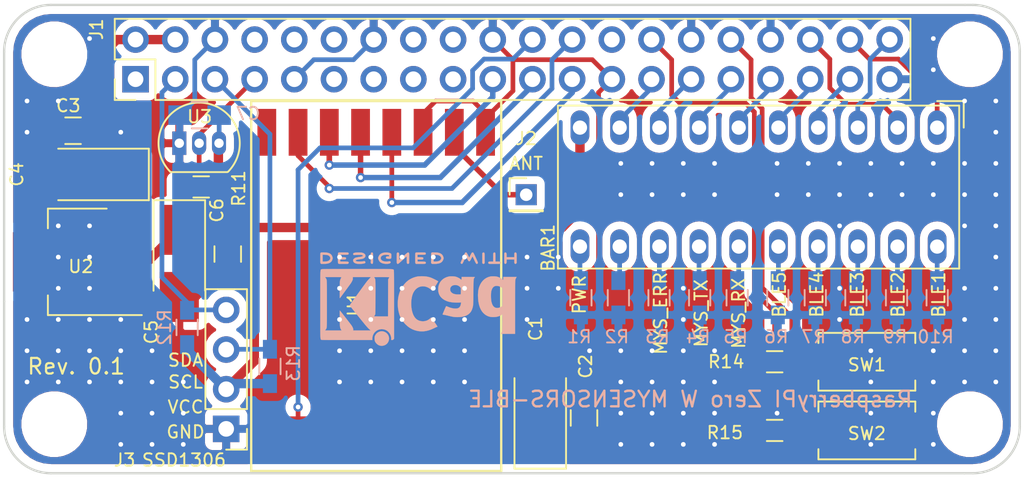
<source format=kicad_pcb>
(kicad_pcb (version 20170922) (host pcbnew no-vcs-found-47f37ef~60~ubuntu16.04.1)
  (layers (0 F.Cu signal) (31 B.Cu signal) (34 B.Paste user) (35 F.Paste user) (36 B.SilkS user) (37 F.SilkS user) (38 B.Mask user) (39 F.Mask user) (44 Edge.Cuts user))
  (layers (0 F.Cu signal) (31 B.Cu signal) (34 B.Paste user) (35 F.Paste user) (36 B.SilkS user) (37 F.SilkS user) (38 B.Mask user) (39 F.Mask user) (44 Edge.Cuts user))
  (net 0 "")
  (net 1 GND)
  (net 2 +3V3)
  (net 3 +5V)
  (net 4 /RFM69_CS)
  (net 5 /RFM69_SCK)
  (net 6 /RFM69_CE)
  (net 7 /RFM69_MISO)
  (net 8 /RFM69_MOSI)
  (net 9 "Net-(J2-Pad1)")
  (net 10 "Net-(BAR1-Pad9)")
  (net 11 "Net-(BAR1-Pad8)")
  (net 12 "Net-(BAR1-Pad7)")
  (net 13 "Net-(BAR1-Pad6)")
  (net 14 "Net-(BAR1-Pad5)")
  (net 15 "Net-(BAR1-Pad4)")
  (net 16 "Net-(BAR1-Pad3)")
  (net 17 "Net-(BAR1-Pad2)")
  (net 18 "Net-(BAR1-Pad1)")
  (net 19 "Net-(J1-Pad7)")
  (net 20 /SSD_SCL)
  (net 21 /SSD_SDA)
  (net 22 "Net-(BAR1-Pad20)")
  (net 23 "Net-(BAR1-Pad19)")
  (net 24 "Net-(BAR1-Pad18)")
  (net 25 "Net-(BAR1-Pad17)")
  (net 26 "Net-(BAR1-Pad11)")
  (net 27 "Net-(BAR1-Pad12)")
  (net 28 "Net-(BAR1-Pad16)")
  (net 29 "Net-(BAR1-Pad15)")
  (net 30 "Net-(BAR1-Pad14)")
  (net 31 "Net-(BAR1-Pad13)")
  (net 32 /SW1)
  (net 33 /SW2)
  (net 34 "Net-(J1-Pad26)")
  (net 35 "Net-(J1-Pad18)")
  (net 36 "Net-(J1-Pad17)")
  (net 37 "Net-(J1-Pad16)")
  (net 38 "Net-(J1-Pad15)")
  (net 39 "Net-(J1-Pad13)")
  (net 40 "Net-(J1-Pad12)")
  (net 41 "Net-(J1-Pad11)")
  (net 42 "Net-(J1-Pad10)")
  (net 43 "Net-(J1-Pad8)")
  (net 44 "Net-(J1-Pad1)")
  (module Displays:HDSP-4850 (layer F.Cu) (at 169.21188 87.35942 270)
    (fp_text reference BAR1 (at 7.7 24.9 270) (layer F.SilkS) (effects (font (size 0.8 0.8) (thickness 0.12))))
    (fp_text value HDSP-4850_2)
    (pad 20 thru_hole oval (at 7.62 0 180) (size 1.2 2.2) (drill 0.9144) (layers *.Cu *.Mask) (net 22 "Net-(BAR1-Pad20)"))
    (pad 19 thru_hole oval (at 7.62 2.54 180) (size 1.2 2.2) (drill 0.9144) (layers *.Cu *.Mask) (net 23 "Net-(BAR1-Pad19)"))
    (pad 18 thru_hole oval (at 7.62 5.08 180) (size 1.2 2.2) (drill 0.9144) (layers *.Cu *.Mask) (net 24 "Net-(BAR1-Pad18)"))
    (pad 17 thru_hole oval (at 7.62 7.62 180) (size 1.2 2.2) (drill 0.9144) (layers *.Cu *.Mask) (net 25 "Net-(BAR1-Pad17)"))
    (pad 9 thru_hole oval (at 0 20.32 180) (size 1.2 2.2) (drill 0.9144) (layers *.Cu *.Mask) (net 10 "Net-(BAR1-Pad9)"))
    (pad 10 thru_hole oval (at 0 22.86 180) (size 1.2 2.2) (drill 0.9144) (layers *.Cu *.Mask) (net 2 +3V3))
    (pad 11 thru_hole oval (at 7.62 22.86 180) (size 1.2 2.2) (drill 0.9144) (layers *.Cu *.Mask) (net 26 "Net-(BAR1-Pad11)"))
    (pad 12 thru_hole oval (at 7.62 20.32 180) (size 1.2 2.2) (drill 0.9144) (layers *.Cu *.Mask) (net 27 "Net-(BAR1-Pad12)"))
    (pad 8 thru_hole oval (at 0 17.78 180) (size 1.2 2.2) (drill 0.9144) (layers *.Cu *.Mask) (net 11 "Net-(BAR1-Pad8)"))
    (pad 7 thru_hole oval (at 0 15.24 180) (size 1.2 2.2) (drill 0.9144) (layers *.Cu *.Mask) (net 12 "Net-(BAR1-Pad7)"))
    (pad 6 thru_hole oval (at 0 12.7 180) (size 1.2 2.2) (drill 0.9144) (layers *.Cu *.Mask) (net 13 "Net-(BAR1-Pad6)"))
    (pad 5 thru_hole oval (at 0 10.16 180) (size 1.2 2.2) (drill 0.9144) (layers *.Cu *.Mask) (net 14 "Net-(BAR1-Pad5)"))
    (pad 16 thru_hole oval (at 7.62 10.16 180) (size 1.2 2.2) (drill 0.9144) (layers *.Cu *.Mask) (net 28 "Net-(BAR1-Pad16)"))
    (pad 15 thru_hole oval (at 7.62 12.7 180) (size 1.2 2.2) (drill 0.9144) (layers *.Cu *.Mask) (net 29 "Net-(BAR1-Pad15)"))
    (pad 14 thru_hole oval (at 7.62 15.24 180) (size 1.2 2.2) (drill 0.9144) (layers *.Cu *.Mask) (net 30 "Net-(BAR1-Pad14)"))
    (pad 13 thru_hole oval (at 7.62 17.78 180) (size 1.2 2.2) (drill 0.9144) (layers *.Cu *.Mask) (net 31 "Net-(BAR1-Pad13)"))
    (pad 4 thru_hole oval (at 0 7.62 180) (size 1.2 2.2) (drill 0.9144) (layers *.Cu *.Mask) (net 15 "Net-(BAR1-Pad4)"))
    (pad 3 thru_hole oval (at 0 5.08 180) (size 1.2 2.2) (drill 0.9144) (layers *.Cu *.Mask) (net 16 "Net-(BAR1-Pad3)"))
    (pad 2 thru_hole oval (at 0 2.54 180) (size 1.2 2.2) (drill 0.9144) (layers *.Cu *.Mask) (net 17 "Net-(BAR1-Pad2)"))
    (pad 1 thru_hole oval (at 0 0 180) (size 1.2 2.2) (drill 0.9144) (layers *.Cu *.Mask) (net 18 "Net-(BAR1-Pad1)"))
  )
  (module Symbols:KiCad-Logo2_6mm_SilkScreen (layer B.Cu) (at 136.01188 98.35942)
    (fp_text reference REF*** hide)
    (fp_text value KiCad-Logo2_6mm_SilkScreen hide)
  )
  (module Mounting_Holes:MountingHole_3.2mm_M3 (layer F.Cu) (at 112.71188 82.65942)
    (fp_text reference REF** hide)
    (fp_text value MountingHole_3.2mm_M3)
    (pad 1 np_thru_hole circle (at 0 0) (size 3.2 3.2) (drill 3.2) (layers *.Cu *.Mask))
  )
  (module Mounting_Holes:MountingHole_3.2mm_M3 (layer F.Cu) (at 112.71188 106.35942)
    (fp_text reference REF** hide)
    (fp_text value MountingHole_3.2mm_M3)
    (pad 1 np_thru_hole circle (at 0 0) (size 3.2 3.2) (drill 3.2) (layers *.Cu *.Mask))
  )
  (module Mounting_Holes:MountingHole_3.2mm_M3 (layer F.Cu) (at 171.31188 106.35942)
    (fp_text reference REF** hide)
    (fp_text value MountingHole_3.2mm_M3)
    (pad 1 np_thru_hole circle (at 0 0) (size 3.2 3.2) (drill 3.2) (layers *.Cu *.Mask))
  )
  (module Mounting_Holes:MountingHole_3.2mm_M3 (layer F.Cu) (at 171.31188 82.65942)
    (fp_text reference REF** hide)
    (fp_text value MountingHole_3.2mm_M3)
    (pad 1 np_thru_hole circle (at 0 0) (size 3.2 3.2) (drill 3.2) (layers *.Cu *.Mask))
  )
  (module Pin_Headers:Pin_Header_Straight_2x20_Pitch2.54mm (layer F.Cu) (at 117.91188 84.25942 90)
    (fp_text reference J1 (at 3.2 -2.5 90) (layer F.SilkS) (effects (font (size 0.8 0.8) (thickness 0.12))))
    (fp_text value RPI_Zero_W)
    (pad 40 thru_hole oval (at 2.54 48.26 90) (size 1.7 1.7) (drill 1) (layers *.Cu *.Mask) (net 16 "Net-(BAR1-Pad3)"))
    (pad 39 thru_hole oval (at 0 48.26 90) (size 1.7 1.7) (drill 1) (layers *.Cu *.Mask) (net 1 GND))
    (pad 38 thru_hole oval (at 2.54 45.72 90) (size 1.7 1.7) (drill 1) (layers *.Cu *.Mask) (net 18 "Net-(BAR1-Pad1)"))
    (pad 37 thru_hole oval (at 0 45.72 90) (size 1.7 1.7) (drill 1) (layers *.Cu *.Mask) (net 15 "Net-(BAR1-Pad4)"))
    (pad 36 thru_hole oval (at 2.54 43.18 90) (size 1.7 1.7) (drill 1) (layers *.Cu *.Mask) (net 17 "Net-(BAR1-Pad2)"))
    (pad 35 thru_hole oval (at 0 43.18 90) (size 1.7 1.7) (drill 1) (layers *.Cu *.Mask) (net 14 "Net-(BAR1-Pad5)"))
    (pad 34 thru_hole oval (at 2.54 40.64 90) (size 1.7 1.7) (drill 1) (layers *.Cu *.Mask) (net 1 GND))
    (pad 33 thru_hole oval (at 0 40.64 90) (size 1.7 1.7) (drill 1) (layers *.Cu *.Mask) (net 13 "Net-(BAR1-Pad6)"))
    (pad 32 thru_hole oval (at 2.54 38.1 90) (size 1.7 1.7) (drill 1) (layers *.Cu *.Mask) (net 32 /SW1))
    (pad 31 thru_hole oval (at 0 38.1 90) (size 1.7 1.7) (drill 1) (layers *.Cu *.Mask) (net 12 "Net-(BAR1-Pad7)"))
    (pad 30 thru_hole oval (at 2.54 35.56 90) (size 1.7 1.7) (drill 1) (layers *.Cu *.Mask) (net 1 GND))
    (pad 29 thru_hole oval (at 0 35.56 90) (size 1.7 1.7) (drill 1) (layers *.Cu *.Mask) (net 11 "Net-(BAR1-Pad8)"))
    (pad 28 thru_hole oval (at 2.54 33.02 90) (size 1.7 1.7) (drill 1) (layers *.Cu *.Mask) (net 33 /SW2))
    (pad 27 thru_hole oval (at 0 33.02 90) (size 1.7 1.7) (drill 1) (layers *.Cu *.Mask) (net 10 "Net-(BAR1-Pad9)"))
    (pad 26 thru_hole oval (at 2.54 30.48 90) (size 1.7 1.7) (drill 1) (layers *.Cu *.Mask) (net 34 "Net-(J1-Pad26)"))
    (pad 25 thru_hole oval (at 0 30.48 90) (size 1.7 1.7) (drill 1) (layers *.Cu *.Mask) (net 1 GND))
    (pad 24 thru_hole oval (at 2.54 27.94 90) (size 1.7 1.7) (drill 1) (layers *.Cu *.Mask) (net 4 /RFM69_CS))
    (pad 23 thru_hole oval (at 0 27.94 90) (size 1.7 1.7) (drill 1) (layers *.Cu *.Mask) (net 5 /RFM69_SCK))
    (pad 22 thru_hole oval (at 2.54 25.4 90) (size 1.7 1.7) (drill 1) (layers *.Cu *.Mask) (net 6 /RFM69_CE))
    (pad 21 thru_hole oval (at 0 25.4 90) (size 1.7 1.7) (drill 1) (layers *.Cu *.Mask) (net 7 /RFM69_MISO))
    (pad 20 thru_hole oval (at 2.54 22.86 90) (size 1.7 1.7) (drill 1) (layers *.Cu *.Mask) (net 1 GND))
    (pad 19 thru_hole oval (at 0 22.86 90) (size 1.7 1.7) (drill 1) (layers *.Cu *.Mask) (net 8 /RFM69_MOSI))
    (pad 18 thru_hole oval (at 2.54 20.32 90) (size 1.7 1.7) (drill 1) (layers *.Cu *.Mask) (net 35 "Net-(J1-Pad18)"))
    (pad 17 thru_hole oval (at 0 20.32 90) (size 1.7 1.7) (drill 1) (layers *.Cu *.Mask) (net 36 "Net-(J1-Pad17)"))
    (pad 16 thru_hole oval (at 2.54 17.78 90) (size 1.7 1.7) (drill 1) (layers *.Cu *.Mask) (net 37 "Net-(J1-Pad16)"))
    (pad 15 thru_hole oval (at 0 17.78 90) (size 1.7 1.7) (drill 1) (layers *.Cu *.Mask) (net 38 "Net-(J1-Pad15)"))
    (pad 14 thru_hole oval (at 2.54 15.24 90) (size 1.7 1.7) (drill 1) (layers *.Cu *.Mask) (net 1 GND))
    (pad 13 thru_hole oval (at 0 15.24 90) (size 1.7 1.7) (drill 1) (layers *.Cu *.Mask) (net 39 "Net-(J1-Pad13)"))
    (pad 12 thru_hole oval (at 2.54 12.7 90) (size 1.7 1.7) (drill 1) (layers *.Cu *.Mask) (net 40 "Net-(J1-Pad12)"))
    (pad 11 thru_hole oval (at 0 12.7 90) (size 1.7 1.7) (drill 1) (layers *.Cu *.Mask) (net 41 "Net-(J1-Pad11)"))
    (pad 10 thru_hole oval (at 2.54 10.16 90) (size 1.7 1.7) (drill 1) (layers *.Cu *.Mask) (net 42 "Net-(J1-Pad10)"))
    (pad 9 thru_hole oval (at 0 10.16 90) (size 1.7 1.7) (drill 1) (layers *.Cu *.Mask) (net 1 GND))
    (pad 8 thru_hole oval (at 2.54 7.62 90) (size 1.7 1.7) (drill 1) (layers *.Cu *.Mask) (net 43 "Net-(J1-Pad8)"))
    (pad 7 thru_hole oval (at 0 7.62 90) (size 1.7 1.7) (drill 1) (layers *.Cu *.Mask) (net 19 "Net-(J1-Pad7)"))
    (pad 6 thru_hole oval (at 2.54 5.08 90) (size 1.7 1.7) (drill 1) (layers *.Cu *.Mask) (net 1 GND))
    (pad 5 thru_hole oval (at 0 5.08 90) (size 1.7 1.7) (drill 1) (layers *.Cu *.Mask) (net 20 /SSD_SCL))
    (pad 4 thru_hole oval (at 2.54 2.54 90) (size 1.7 1.7) (drill 1) (layers *.Cu *.Mask) (net 3 +5V))
    (pad 3 thru_hole oval (at 0 2.54 90) (size 1.7 1.7) (drill 1) (layers *.Cu *.Mask) (net 21 /SSD_SDA))
    (pad 2 thru_hole oval (at 2.54 0 90) (size 1.7 1.7) (drill 1) (layers *.Cu *.Mask) (net 3 +5V))
    (pad 1 thru_hole rect (at 0 0 90) (size 1.7 1.7) (drill 1) (layers *.Cu *.Mask) (net 44 "Net-(J1-Pad1)"))
  )
  (module Capacitors_Tantalum_SMD:CP_Tantalum_Case-B_EIA-3528-21_Hand (layer F.Cu) (at 143.81188 105.15942 90)
    (fp_text reference C1 (at 4.9 -0.3 90) (layer F.SilkS) (effects (font (size 0.8 0.8) (thickness 0.12))))
    (fp_text value 22u)
    (pad 2 smd rect (at 2.15 0 90) (size 3.2 2.5) (layers F.Cu F.Paste F.Mask) (net 1 GND))
    (pad 1 smd rect (at -2.15 0 90) (size 3.2 2.5) (layers F.Cu F.Paste F.Mask) (net 2 +3V3))
  )
  (module Capacitors_SMD:C_0805_HandSoldering (layer F.Cu) (at 146.61188 105.95942 270)
    (fp_text reference C2 (at -3.3 -0.1 270) (layer F.SilkS) (effects (font (size 0.8 0.8) (thickness 0.12))))
    (fp_text value 100n)
    (pad 2 smd rect (at 1.25 0 270) (size 1.5 1.25) (layers F.Cu F.Paste F.Mask) (net 2 +3V3))
    (pad 1 smd rect (at -1.25 0 270) (size 1.5 1.25) (layers F.Cu F.Paste F.Mask) (net 1 GND))
  )
  (module Capacitors_SMD:C_0805_HandSoldering (layer F.Cu) (at 113.91188 87.55942)
    (fp_text reference C3 (at -0.3 -1.6) (layer F.SilkS) (effects (font (size 0.8 0.8) (thickness 0.12))))
    (fp_text value 100n)
    (pad 2 smd rect (at 1.25 0) (size 1.5 1.25) (layers F.Cu F.Paste F.Mask) (net 3 +5V))
    (pad 1 smd rect (at -1.25 0) (size 1.5 1.25) (layers F.Cu F.Paste F.Mask) (net 1 GND))
  )
  (module Capacitors_Tantalum_SMD:CP_Tantalum_Case-B_EIA-3528-21_Hand (layer F.Cu) (at 114.71188 90.35942 180)
    (fp_text reference C4 (at 4.4 0 270) (layer F.SilkS) (effects (font (size 0.8 0.8) (thickness 0.12))))
    (fp_text value 22u)
    (pad 2 smd rect (at 2.15 0 180) (size 3.2 2.5) (layers F.Cu F.Paste F.Mask) (net 1 GND))
    (pad 1 smd rect (at -2.15 0 180) (size 3.2 2.5) (layers F.Cu F.Paste F.Mask) (net 3 +5V))
  )
  (module Capacitors_Tantalum_SMD:CP_Tantalum_Case-B_EIA-3528-21_Hand (layer F.Cu) (at 120.71188 96.05942 270)
    (fp_text reference C5 (at 4.4 1.8 90) (layer F.SilkS) (effects (font (size 0.8 0.8) (thickness 0.12))))
    (fp_text value 22u)
    (pad 1 smd rect (at -2.15 0 270) (size 3.2 2.5) (layers F.Cu F.Paste F.Mask) (net 2 +3V3))
    (pad 2 smd rect (at 2.15 0 270) (size 3.2 2.5) (layers F.Cu F.Paste F.Mask) (net 1 GND))
  )
  (module Capacitors_SMD:C_0805_HandSoldering (layer F.Cu) (at 123.81188 95.45942 90)
    (fp_text reference C6 (at 2.8 -0.7 270) (layer F.SilkS) (effects (font (size 0.8 0.8) (thickness 0.12))))
    (fp_text value 100n)
    (pad 1 smd rect (at -1.25 0 90) (size 1.5 1.25) (layers F.Cu F.Paste F.Mask) (net 1 GND))
    (pad 2 smd rect (at 1.25 0 90) (size 1.5 1.25) (layers F.Cu F.Paste F.Mask) (net 2 +3V3))
  )
  (module mysensors_radios:RFM69HW_SMD_Handsoldering (layer F.Cu) (at 126.31188 105.95942 90)
    (fp_text reference U1 (at 7.3 5.6 90) (layer F.SilkS) (effects (font (size 0.8 0.8) (thickness 0.12))))
    (fp_text value RFM69HW hide)
    (pad 1 smd rect (at -1.4 0 90) (size 3 1.2) (layers F.Cu F.Paste F.Mask))
    (pad 2 smd rect (at -1.4 2 90) (size 3 1.2) (layers F.Cu F.Paste F.Mask) (net 6 /RFM69_CE))
    (pad 3 smd rect (at -1.4 4 90) (size 3 1.2) (layers F.Cu F.Paste F.Mask))
    (pad 4 smd rect (at -1.4 6 90) (size 3 1.2) (layers F.Cu F.Paste F.Mask))
    (pad 5 smd rect (at -1.4 8 90) (size 3 1.2) (layers F.Cu F.Paste F.Mask))
    (pad 6 smd rect (at -1.4 10 90) (size 3 1.2) (layers F.Cu F.Paste F.Mask))
    (pad 7 smd rect (at -1.4 12 90) (size 3 1.2) (layers F.Cu F.Paste F.Mask))
    (pad 8 smd rect (at -1.4 14 90) (size 3 1.2) (layers F.Cu F.Paste F.Mask) (net 2 +3V3))
    (pad 9 smd rect (at 18.3 14 90) (size 3 1.2) (layers F.Cu F.Paste F.Mask) (net 1 GND))
    (pad 10 smd rect (at 18.3 12 90) (size 3 1.2) (layers F.Cu F.Paste F.Mask) (net 9 "Net-(J2-Pad1)"))
    (pad 11 smd rect (at 18.3 10 90) (size 3 1.2) (layers F.Cu F.Paste F.Mask) (net 1 GND))
    (pad 12 smd rect (at 18.3 8 90) (size 3 1.2) (layers F.Cu F.Paste F.Mask) (net 5 /RFM69_SCK))
    (pad 13 smd rect (at 18.3 6 90) (size 3 1.2) (layers F.Cu F.Paste F.Mask) (net 7 /RFM69_MISO))
    (pad 14 smd rect (at 18.3 4 90) (size 3 1.2) (layers F.Cu F.Paste F.Mask) (net 8 /RFM69_MOSI))
    (pad 15 smd rect (at 18.3 2 90) (size 3 1.2) (layers F.Cu F.Paste F.Mask) (net 4 /RFM69_CS))
    (pad 16 smd rect (at 18.3 0 90) (size 3 1.2) (layers F.Cu F.Paste F.Mask))
  )
  (module TO_SOT_Packages_SMD:SOT-223 (layer F.Cu) (at 114.21188 95.95942 180)
    (fp_text reference U2 (at -0.2 -0.3 180) (layer F.SilkS) (effects (font (size 0.8 0.8) (thickness 0.12))))
    (fp_text value AMS1117)
    (pad 1 smd rect (at -3.15 -2.3 180) (size 2 1.5) (layers F.Cu F.Paste F.Mask) (net 1 GND))
    (pad 3 smd rect (at -3.15 2.3 180) (size 2 1.5) (layers F.Cu F.Paste F.Mask) (net 3 +5V))
    (pad 2 smd rect (at -3.15 0 180) (size 2 1.5) (layers F.Cu F.Paste F.Mask) (net 2 +3V3))
    (pad 4 smd rect (at 3.15 0 180) (size 2 3.8) (layers F.Cu F.Paste F.Mask))
  )
  (module Resistors_SMD:R_0603_HandSoldering (layer B.Cu) (at 146.41188 98.25942 270)
    (fp_text reference R1 (at 2.5 0.1 180) (layer B.SilkS) (effects (font (size 0.8 0.8) (thickness 0.12)) (justify mirror)))
    (fp_text value 220)
    (pad 2 smd rect (at 1.1 0 270) (size 1.2 0.9) (layers B.Cu B.Paste B.Mask) (net 1 GND))
    (pad 1 smd rect (at -1.1 0 270) (size 1.2 0.9) (layers B.Cu B.Paste B.Mask) (net 26 "Net-(BAR1-Pad11)"))
  )
  (module Resistors_SMD:R_0603_HandSoldering (layer B.Cu) (at 148.81188 98.25942 270)
    (fp_text reference R2 (at 2.5 0.1 180) (layer B.SilkS) (effects (font (size 0.8 0.8) (thickness 0.12)) (justify mirror)))
    (fp_text value 220)
    (pad 1 smd rect (at -1.1 0 270) (size 1.2 0.9) (layers B.Cu B.Paste B.Mask) (net 27 "Net-(BAR1-Pad12)"))
    (pad 2 smd rect (at 1.1 0 270) (size 1.2 0.9) (layers B.Cu B.Paste B.Mask) (net 1 GND))
  )
  (module Resistors_SMD:R_0603_HandSoldering (layer B.Cu) (at 151.41188 98.25942 270)
    (fp_text reference R3 (at 2.5 0.1 180) (layer B.SilkS) (effects (font (size 0.8 0.8) (thickness 0.12)) (justify mirror)))
    (fp_text value 220)
    (pad 2 smd rect (at 1.1 0 270) (size 1.2 0.9) (layers B.Cu B.Paste B.Mask) (net 1 GND))
    (pad 1 smd rect (at -1.1 0 270) (size 1.2 0.9) (layers B.Cu B.Paste B.Mask) (net 31 "Net-(BAR1-Pad13)"))
  )
  (module Resistors_SMD:R_0603_HandSoldering (layer B.Cu) (at 154.01188 98.25942 270)
    (fp_text reference R4 (at 2.5 0.1 180) (layer B.SilkS) (effects (font (size 0.8 0.8) (thickness 0.12)) (justify mirror)))
    (fp_text value 220)
    (pad 1 smd rect (at -1.1 0 270) (size 1.2 0.9) (layers B.Cu B.Paste B.Mask) (net 30 "Net-(BAR1-Pad14)"))
    (pad 2 smd rect (at 1.1 0 270) (size 1.2 0.9) (layers B.Cu B.Paste B.Mask) (net 1 GND))
  )
  (module Resistors_SMD:R_0603_HandSoldering (layer B.Cu) (at 156.41188 98.25942 270)
    (fp_text reference R5 (at 2.5 0.1 180) (layer B.SilkS) (effects (font (size 0.8 0.8) (thickness 0.12)) (justify mirror)))
    (fp_text value 220)
    (pad 2 smd rect (at 1.1 0 270) (size 1.2 0.9) (layers B.Cu B.Paste B.Mask) (net 1 GND))
    (pad 1 smd rect (at -1.1 0 270) (size 1.2 0.9) (layers B.Cu B.Paste B.Mask) (net 29 "Net-(BAR1-Pad15)"))
  )
  (module Resistors_SMD:R_0603_HandSoldering (layer B.Cu) (at 159.01188 98.25942 270)
    (fp_text reference R6 (at 2.5 0.1 180) (layer B.SilkS) (effects (font (size 0.8 0.8) (thickness 0.12)) (justify mirror)))
    (fp_text value 220)
    (pad 1 smd rect (at -1.1 0 270) (size 1.2 0.9) (layers B.Cu B.Paste B.Mask) (net 28 "Net-(BAR1-Pad16)"))
    (pad 2 smd rect (at 1.1 0 270) (size 1.2 0.9) (layers B.Cu B.Paste B.Mask) (net 1 GND))
  )
  (module Resistors_SMD:R_0603_HandSoldering (layer B.Cu) (at 161.41188 98.25942 270)
    (fp_text reference R7 (at 2.5 0.1 180) (layer B.SilkS) (effects (font (size 0.8 0.8) (thickness 0.12)) (justify mirror)))
    (fp_text value 220)
    (pad 2 smd rect (at 1.1 0 270) (size 1.2 0.9) (layers B.Cu B.Paste B.Mask) (net 1 GND))
    (pad 1 smd rect (at -1.1 0 270) (size 1.2 0.9) (layers B.Cu B.Paste B.Mask) (net 25 "Net-(BAR1-Pad17)"))
  )
  (module Resistors_SMD:R_0603_HandSoldering (layer B.Cu) (at 164.01188 98.25942 270)
    (fp_text reference R8 (at 2.5 0.2 180) (layer B.SilkS) (effects (font (size 0.8 0.8) (thickness 0.12)) (justify mirror)))
    (fp_text value 220)
    (pad 1 smd rect (at -1.1 0 270) (size 1.2 0.9) (layers B.Cu B.Paste B.Mask) (net 24 "Net-(BAR1-Pad18)"))
    (pad 2 smd rect (at 1.1 0 270) (size 1.2 0.9) (layers B.Cu B.Paste B.Mask) (net 1 GND))
  )
  (module Resistors_SMD:R_0603_HandSoldering (layer B.Cu) (at 166.61188 98.25942 270)
    (fp_text reference R9 (at 2.5 0.1 180) (layer B.SilkS) (effects (font (size 0.8 0.8) (thickness 0.12)) (justify mirror)))
    (fp_text value 220)
    (pad 2 smd rect (at 1.1 0 270) (size 1.2 0.9) (layers B.Cu B.Paste B.Mask) (net 1 GND))
    (pad 1 smd rect (at -1.1 0 270) (size 1.2 0.9) (layers B.Cu B.Paste B.Mask) (net 23 "Net-(BAR1-Pad19)"))
  )
  (module Resistors_SMD:R_0603_HandSoldering (layer B.Cu) (at 169.21188 98.25942 270)
    (fp_text reference R10 (at 2.5 0.1 180) (layer B.SilkS) (effects (font (size 0.8 0.8) (thickness 0.12)) (justify mirror)))
    (fp_text value 220)
    (pad 1 smd rect (at -1.1 0 270) (size 1.2 0.9) (layers B.Cu B.Paste B.Mask) (net 22 "Net-(BAR1-Pad20)"))
    (pad 2 smd rect (at 1.1 0 270) (size 1.2 0.9) (layers B.Cu B.Paste B.Mask) (net 1 GND))
  )
  (module Capacitors_SMD:C_0805_HandSoldering (layer B.Cu) (at 122.01188 86.55942 180)
    (fp_text reference C7 (at -3.1 0.1 180) (layer B.SilkS) (effects (font (size 0.8 0.8) (thickness 0.12)) (justify mirror)))
    (fp_text value 100n)
    (pad 2 smd rect (at 1.25 0 180) (size 1.5 1.25) (layers B.Cu B.Paste B.Mask) (net 1 GND))
    (pad 1 smd rect (at -1.25 0 180) (size 1.5 1.25) (layers B.Cu B.Paste B.Mask) (net 2 +3V3))
  )
  (module Resistors_SMD:R_0603_HandSoldering (layer F.Cu) (at 122.11188 91.15942 180)
    (fp_text reference R11 (at -2.4 -0.1 90) (layer F.SilkS) (effects (font (size 0.8 0.8) (thickness 0.12))))
    (fp_text value 4K7)
    (pad 2 smd rect (at 1.1 0 180) (size 1.2 0.9) (layers F.Cu F.Paste F.Mask) (net 19 "Net-(J1-Pad7)"))
    (pad 1 smd rect (at -1.1 0 180) (size 1.2 0.9) (layers F.Cu F.Paste F.Mask) (net 2 +3V3))
  )
  (module TO_SOT_Packages_THT:TO-92_Inline_Narrow_Oval (layer F.Cu) (at 120.71188 88.35942)
    (fp_text reference U3 (at 1.3 -1.7) (layer F.SilkS) (effects (font (size 0.8 0.8) (thickness 0.12))))
    (fp_text value DS18B20)
    (pad 1 thru_hole rect (at 0 0 180) (size 0.9 1.5) (drill 0.6) (layers *.Cu *.Mask) (net 1 GND))
    (pad 3 thru_hole oval (at 2.54 0 180) (size 0.9 1.5) (drill 0.6) (layers *.Cu *.Mask) (net 2 +3V3))
    (pad 2 thru_hole oval (at 1.27 0 180) (size 0.9 1.5) (drill 0.6) (layers *.Cu *.Mask) (net 19 "Net-(J1-Pad7)"))
  )
  (module Pin_Headers:Pin_Header_Straight_1x01_Pitch2.00mm (layer F.Cu) (at 142.91188 91.65942)
    (fp_text reference J2 (at 0 -3.6) (layer F.SilkS) (effects (font (size 0.8 0.8) (thickness 0.12))))
    (fp_text value ANT)
    (pad 1 thru_hole rect (at 0 0) (size 1.35 1.35) (drill 0.8) (layers *.Cu *.Mask) (net 9 "Net-(J2-Pad1)"))
  )
  (module Pin_Headers:Pin_Header_Straight_1x04_Pitch2.54mm (layer F.Cu) (at 123.71188 106.65942 180)
    (fp_text reference J3 (at 6.5 -2 180) (layer F.SilkS) (effects (font (size 0.8 0.8) (thickness 0.12))))
    (fp_text value SSD1306)
    (pad 4 thru_hole oval (at 0 7.62 180) (size 1.7 1.7) (drill 1) (layers *.Cu *.Mask) (net 21 /SSD_SDA))
    (pad 3 thru_hole oval (at 0 5.08 180) (size 1.7 1.7) (drill 1) (layers *.Cu *.Mask) (net 20 /SSD_SCL))
    (pad 2 thru_hole oval (at 0 2.54 180) (size 1.7 1.7) (drill 1) (layers *.Cu *.Mask) (net 2 +3V3))
    (pad 1 thru_hole rect (at 0 0 180) (size 1.7 1.7) (drill 1) (layers *.Cu *.Mask) (net 1 GND))
  )
  (module Resistors_SMD:R_0603_HandSoldering (layer B.Cu) (at 121.21188 100.15942 270)
    (fp_text reference R12 (at 0 1.45 270) (layer B.SilkS) (effects (font (size 0.8 0.8) (thickness 0.12)) (justify mirror)))
    (fp_text value 4K7)
    (pad 2 smd rect (at 1.1 0 270) (size 1.2 0.9) (layers B.Cu B.Paste B.Mask) (net 2 +3V3))
    (pad 1 smd rect (at -1.1 0 270) (size 1.2 0.9) (layers B.Cu B.Paste B.Mask) (net 21 /SSD_SDA))
  )
  (module Resistors_SMD:R_0603_HandSoldering (layer B.Cu) (at 126.51188 102.65942 270)
    (fp_text reference R13 (at -0.2 -1.5 270) (layer B.SilkS) (effects (font (size 0.8 0.8) (thickness 0.12)) (justify mirror)))
    (fp_text value 4K7)
    (pad 1 smd rect (at -1.1 0 270) (size 1.2 0.9) (layers B.Cu B.Paste B.Mask) (net 20 /SSD_SCL))
    (pad 2 smd rect (at 1.1 0 270) (size 1.2 0.9) (layers B.Cu B.Paste B.Mask) (net 2 +3V3))
  )
  (module Resistors_SMD:R_0603_HandSoldering (layer F.Cu) (at 158.81188 102.35942)
    (fp_text reference R14 (at -3.1 0) (layer F.SilkS) (effects (font (size 0.8 0.8) (thickness 0.12))))
    (fp_text value 10K)
    (pad 2 smd rect (at 1.1 0) (size 1.2 0.9) (layers F.Cu F.Paste F.Mask) (net 32 /SW1))
    (pad 1 smd rect (at -1.1 0) (size 1.2 0.9) (layers F.Cu F.Paste F.Mask) (net 2 +3V3))
  )
  (module Buttons_Switches_SMD:SW_SPST_EVQPE1 (layer F.Cu) (at 164.71188 102.35942)
    (fp_text reference SW1 (at 0 0.2) (layer F.SilkS) (effects (font (size 0.8 0.8) (thickness 0.12))))
    (fp_text value BLE)
    (pad 1 smd rect (at -2.7 0) (size 2 1.6) (layers F.Cu F.Paste F.Mask) (net 32 /SW1))
    (pad 2 smd rect (at 2.7 0) (size 2 1.6) (layers F.Cu F.Paste F.Mask) (net 1 GND))
  )
  (module Resistors_SMD:R_0603_HandSoldering (layer F.Cu) (at 158.81188 106.75942)
    (fp_text reference R15 (at -3.185001 0.1425) (layer F.SilkS) (effects (font (size 0.8 0.8) (thickness 0.12))))
    (fp_text value 10K)
    (pad 2 smd rect (at 1.1 0) (size 1.2 0.9) (layers F.Cu F.Paste F.Mask) (net 33 /SW2))
    (pad 1 smd rect (at -1.1 0) (size 1.2 0.9) (layers F.Cu F.Paste F.Mask) (net 2 +3V3))
  )
  (module Buttons_Switches_SMD:SW_SPST_EVQPE1 (layer F.Cu) (at 164.71188 106.75942)
    (fp_text reference SW2 (at 0 0.2) (layer F.SilkS) (effects (font (size 0.8 0.8) (thickness 0.12))))
    (fp_text value BLE)
    (pad 1 smd rect (at -2.7 0) (size 2 1.6) (layers F.Cu F.Paste F.Mask) (net 33 /SW2))
    (pad 2 smd rect (at 2.7 0) (size 2 1.6) (layers F.Cu F.Paste F.Mask) (net 1 GND))
  )
  (module VIA_MATRIX (layer F.Cu) (at 114.966166 81.65342)
    (fp_text reference V5_2 hide)
    (fp_text value AUTO_VIA hide)
    (pad 1 thru_hole circle (at 0 0) (size 0.45 0.45) (drill 0.3) (layers *.Cu) (net 1 GND) (clearance 0.3))
  )
  (module VIA_MATRIX (layer F.Cu) (at 168.966166 81.65342)
    (fp_text reference V32_2 hide)
    (fp_text value AUTO_VIA hide)
    (pad 1 thru_hole circle (at 0 0) (size 0.45 0.45) (drill 0.3) (layers *.Cu) (net 1 GND) (clearance 0.3))
  )
  (module VIA_MATRIX (layer F.Cu) (at 168.966166 83.65342)
    (fp_text reference V32_3 hide)
    (fp_text value AUTO_VIA hide)
    (pad 1 thru_hole circle (at 0 0) (size 0.45 0.45) (drill 0.3) (layers *.Cu) (net 1 GND) (clearance 0.3))
  )
  (module VIA_MATRIX (layer F.Cu) (at 110.966166 85.65342)
    (fp_text reference V3_4 hide)
    (fp_text value AUTO_VIA hide)
    (pad 1 thru_hole circle (at 0 0) (size 0.45 0.45) (drill 0.3) (layers *.Cu) (net 1 GND) (clearance 0.3))
  )
  (module VIA_MATRIX (layer F.Cu) (at 112.966166 85.65342)
    (fp_text reference V4_4 hide)
    (fp_text value AUTO_VIA hide)
    (pad 1 thru_hole circle (at 0 0) (size 0.45 0.45) (drill 0.3) (layers *.Cu) (net 1 GND) (clearance 0.3))
  )
  (module VIA_MATRIX (layer F.Cu) (at 170.966166 85.65342)
    (fp_text reference V33_4 hide)
    (fp_text value AUTO_VIA hide)
    (pad 1 thru_hole circle (at 0 0) (size 0.45 0.45) (drill 0.3) (layers *.Cu) (net 1 GND) (clearance 0.3))
  )
  (module VIA_MATRIX (layer F.Cu) (at 172.966166 85.65342)
    (fp_text reference V34_4 hide)
    (fp_text value AUTO_VIA hide)
    (pad 1 thru_hole circle (at 0 0) (size 0.45 0.45) (drill 0.3) (layers *.Cu) (net 1 GND) (clearance 0.3))
  )
  (module VIA_MATRIX (layer F.Cu) (at 110.966166 87.65342)
    (fp_text reference V3_5 hide)
    (fp_text value AUTO_VIA hide)
    (pad 1 thru_hole circle (at 0 0) (size 0.45 0.45) (drill 0.3) (layers *.Cu) (net 1 GND) (clearance 0.3))
  )
  (module VIA_MATRIX (layer F.Cu) (at 116.966166 87.65342)
    (fp_text reference V6_5 hide)
    (fp_text value AUTO_VIA hide)
    (pad 1 thru_hole circle (at 0 0) (size 0.45 0.45) (drill 0.3) (layers *.Cu) (net 1 GND) (clearance 0.3))
  )
  (module VIA_MATRIX (layer F.Cu) (at 172.966166 87.65342)
    (fp_text reference V34_5 hide)
    (fp_text value AUTO_VIA hide)
    (pad 1 thru_hole circle (at 0 0) (size 0.45 0.45) (drill 0.3) (layers *.Cu) (net 1 GND) (clearance 0.3))
  )
  (module VIA_MATRIX (layer F.Cu) (at 148.966166 89.65342)
    (fp_text reference V22_6 hide)
    (fp_text value AUTO_VIA hide)
    (pad 1 thru_hole circle (at 0 0) (size 0.45 0.45) (drill 0.3) (layers *.Cu) (net 1 GND) (clearance 0.3))
  )
  (module VIA_MATRIX (layer F.Cu) (at 150.966166 89.65342)
    (fp_text reference V23_6 hide)
    (fp_text value AUTO_VIA hide)
    (pad 1 thru_hole circle (at 0 0) (size 0.45 0.45) (drill 0.3) (layers *.Cu) (net 1 GND) (clearance 0.3))
  )
  (module VIA_MATRIX (layer F.Cu) (at 152.966166 89.65342)
    (fp_text reference V24_6 hide)
    (fp_text value AUTO_VIA hide)
    (pad 1 thru_hole circle (at 0 0) (size 0.45 0.45) (drill 0.3) (layers *.Cu) (net 1 GND) (clearance 0.3))
  )
  (module VIA_MATRIX (layer F.Cu) (at 154.966166 89.65342)
    (fp_text reference V25_6 hide)
    (fp_text value AUTO_VIA hide)
    (pad 1 thru_hole circle (at 0 0) (size 0.45 0.45) (drill 0.3) (layers *.Cu) (net 1 GND) (clearance 0.3))
  )
  (module VIA_MATRIX (layer F.Cu) (at 158.966166 89.65342)
    (fp_text reference V27_6 hide)
    (fp_text value AUTO_VIA hide)
    (pad 1 thru_hole circle (at 0 0) (size 0.45 0.45) (drill 0.3) (layers *.Cu) (net 1 GND) (clearance 0.3))
  )
  (module VIA_MATRIX (layer F.Cu) (at 160.966166 89.65342)
    (fp_text reference V28_6 hide)
    (fp_text value AUTO_VIA hide)
    (pad 1 thru_hole circle (at 0 0) (size 0.45 0.45) (drill 0.3) (layers *.Cu) (net 1 GND) (clearance 0.3))
  )
  (module VIA_MATRIX (layer F.Cu) (at 162.966166 89.65342)
    (fp_text reference V29_6 hide)
    (fp_text value AUTO_VIA hide)
    (pad 1 thru_hole circle (at 0 0) (size 0.45 0.45) (drill 0.3) (layers *.Cu) (net 1 GND) (clearance 0.3))
  )
  (module VIA_MATRIX (layer F.Cu) (at 164.966166 89.65342)
    (fp_text reference V30_6 hide)
    (fp_text value AUTO_VIA hide)
    (pad 1 thru_hole circle (at 0 0) (size 0.45 0.45) (drill 0.3) (layers *.Cu) (net 1 GND) (clearance 0.3))
  )
  (module VIA_MATRIX (layer F.Cu) (at 166.966166 89.65342)
    (fp_text reference V31_6 hide)
    (fp_text value AUTO_VIA hide)
    (pad 1 thru_hole circle (at 0 0) (size 0.45 0.45) (drill 0.3) (layers *.Cu) (net 1 GND) (clearance 0.3))
  )
  (module VIA_MATRIX (layer F.Cu) (at 168.966166 89.65342)
    (fp_text reference V32_6 hide)
    (fp_text value AUTO_VIA hide)
    (pad 1 thru_hole circle (at 0 0) (size 0.45 0.45) (drill 0.3) (layers *.Cu) (net 1 GND) (clearance 0.3))
  )
  (module VIA_MATRIX (layer F.Cu) (at 170.966166 89.65342)
    (fp_text reference V33_6 hide)
    (fp_text value AUTO_VIA hide)
    (pad 1 thru_hole circle (at 0 0) (size 0.45 0.45) (drill 0.3) (layers *.Cu) (net 1 GND) (clearance 0.3))
  )
  (module VIA_MATRIX (layer F.Cu) (at 172.966166 89.65342)
    (fp_text reference V34_6 hide)
    (fp_text value AUTO_VIA hide)
    (pad 1 thru_hole circle (at 0 0) (size 0.45 0.45) (drill 0.3) (layers *.Cu) (net 1 GND) (clearance 0.3))
  )
  (module VIA_MATRIX (layer F.Cu) (at 148.966166 91.65342)
    (fp_text reference V22_7 hide)
    (fp_text value AUTO_VIA hide)
    (pad 1 thru_hole circle (at 0 0) (size 0.45 0.45) (drill 0.3) (layers *.Cu) (net 1 GND) (clearance 0.3))
  )
  (module VIA_MATRIX (layer F.Cu) (at 150.966166 91.65342)
    (fp_text reference V23_7 hide)
    (fp_text value AUTO_VIA hide)
    (pad 1 thru_hole circle (at 0 0) (size 0.45 0.45) (drill 0.3) (layers *.Cu) (net 1 GND) (clearance 0.3))
  )
  (module VIA_MATRIX (layer F.Cu) (at 152.966166 91.65342)
    (fp_text reference V24_7 hide)
    (fp_text value AUTO_VIA hide)
    (pad 1 thru_hole circle (at 0 0) (size 0.45 0.45) (drill 0.3) (layers *.Cu) (net 1 GND) (clearance 0.3))
  )
  (module VIA_MATRIX (layer F.Cu) (at 154.966166 91.65342)
    (fp_text reference V25_7 hide)
    (fp_text value AUTO_VIA hide)
    (pad 1 thru_hole circle (at 0 0) (size 0.45 0.45) (drill 0.3) (layers *.Cu) (net 1 GND) (clearance 0.3))
  )
  (module VIA_MATRIX (layer F.Cu) (at 158.966166 91.65342)
    (fp_text reference V27_7 hide)
    (fp_text value AUTO_VIA hide)
    (pad 1 thru_hole circle (at 0 0) (size 0.45 0.45) (drill 0.3) (layers *.Cu) (net 1 GND) (clearance 0.3))
  )
  (module VIA_MATRIX (layer F.Cu) (at 160.966166 91.65342)
    (fp_text reference V28_7 hide)
    (fp_text value AUTO_VIA hide)
    (pad 1 thru_hole circle (at 0 0) (size 0.45 0.45) (drill 0.3) (layers *.Cu) (net 1 GND) (clearance 0.3))
  )
  (module VIA_MATRIX (layer F.Cu) (at 162.966166 91.65342)
    (fp_text reference V29_7 hide)
    (fp_text value AUTO_VIA hide)
    (pad 1 thru_hole circle (at 0 0) (size 0.45 0.45) (drill 0.3) (layers *.Cu) (net 1 GND) (clearance 0.3))
  )
  (module VIA_MATRIX (layer F.Cu) (at 164.966166 91.65342)
    (fp_text reference V30_7 hide)
    (fp_text value AUTO_VIA hide)
    (pad 1 thru_hole circle (at 0 0) (size 0.45 0.45) (drill 0.3) (layers *.Cu) (net 1 GND) (clearance 0.3))
  )
  (module VIA_MATRIX (layer F.Cu) (at 166.966166 91.65342)
    (fp_text reference V31_7 hide)
    (fp_text value AUTO_VIA hide)
    (pad 1 thru_hole circle (at 0 0) (size 0.45 0.45) (drill 0.3) (layers *.Cu) (net 1 GND) (clearance 0.3))
  )
  (module VIA_MATRIX (layer F.Cu) (at 168.966166 91.65342)
    (fp_text reference V32_7 hide)
    (fp_text value AUTO_VIA hide)
    (pad 1 thru_hole circle (at 0 0) (size 0.45 0.45) (drill 0.3) (layers *.Cu) (net 1 GND) (clearance 0.3))
  )
  (module VIA_MATRIX (layer F.Cu) (at 170.966166 91.65342)
    (fp_text reference V33_7 hide)
    (fp_text value AUTO_VIA hide)
    (pad 1 thru_hole circle (at 0 0) (size 0.45 0.45) (drill 0.3) (layers *.Cu) (net 1 GND) (clearance 0.3))
  )
  (module VIA_MATRIX (layer F.Cu) (at 172.966166 91.65342)
    (fp_text reference V34_7 hide)
    (fp_text value AUTO_VIA hide)
    (pad 1 thru_hole circle (at 0 0) (size 0.45 0.45) (drill 0.3) (layers *.Cu) (net 1 GND) (clearance 0.3))
  )
  (module VIA_MATRIX (layer F.Cu) (at 112.966166 93.65342)
    (fp_text reference V4_8 hide)
    (fp_text value AUTO_VIA hide)
    (pad 1 thru_hole circle (at 0 0) (size 0.45 0.45) (drill 0.3) (layers *.Cu) (net 1 GND) (clearance 0.3))
  )
  (module VIA_MATRIX (layer F.Cu) (at 114.966166 93.65342)
    (fp_text reference V5_8 hide)
    (fp_text value AUTO_VIA hide)
    (pad 1 thru_hole circle (at 0 0) (size 0.45 0.45) (drill 0.3) (layers *.Cu) (net 1 GND) (clearance 0.3))
  )
  (module VIA_MATRIX (layer F.Cu) (at 162.966166 93.65342)
    (fp_text reference V29_8 hide)
    (fp_text value AUTO_VIA hide)
    (pad 1 thru_hole circle (at 0 0) (size 0.45 0.45) (drill 0.3) (layers *.Cu) (net 1 GND) (clearance 0.3))
  )
  (module VIA_MATRIX (layer F.Cu) (at 170.966166 93.65342)
    (fp_text reference V33_8 hide)
    (fp_text value AUTO_VIA hide)
    (pad 1 thru_hole circle (at 0 0) (size 0.45 0.45) (drill 0.3) (layers *.Cu) (net 1 GND) (clearance 0.3))
  )
  (module VIA_MATRIX (layer F.Cu) (at 172.966166 93.65342)
    (fp_text reference V34_8 hide)
    (fp_text value AUTO_VIA hide)
    (pad 1 thru_hole circle (at 0 0) (size 0.45 0.45) (drill 0.3) (layers *.Cu) (net 1 GND) (clearance 0.3))
  )
  (module VIA_MATRIX (layer F.Cu) (at 112.966166 95.65342)
    (fp_text reference V4_9 hide)
    (fp_text value AUTO_VIA hide)
    (pad 1 thru_hole circle (at 0 0) (size 0.45 0.45) (drill 0.3) (layers *.Cu) (net 1 GND) (clearance 0.3))
  )
  (module VIA_MATRIX (layer F.Cu) (at 114.966166 95.65342)
    (fp_text reference V5_9 hide)
    (fp_text value AUTO_VIA hide)
    (pad 1 thru_hole circle (at 0 0) (size 0.45 0.45) (drill 0.3) (layers *.Cu) (net 1 GND) (clearance 0.3))
  )
  (module VIA_MATRIX (layer F.Cu) (at 130.966166 95.65342)
    (fp_text reference V13_9 hide)
    (fp_text value AUTO_VIA hide)
    (pad 1 thru_hole circle (at 0 0) (size 0.45 0.45) (drill 0.3) (layers *.Cu) (net 1 GND) (clearance 0.3))
  )
  (module VIA_MATRIX (layer F.Cu) (at 132.966166 95.65342)
    (fp_text reference V14_9 hide)
    (fp_text value AUTO_VIA hide)
    (pad 1 thru_hole circle (at 0 0) (size 0.45 0.45) (drill 0.3) (layers *.Cu) (net 1 GND) (clearance 0.3))
  )
  (module VIA_MATRIX (layer F.Cu) (at 134.966166 95.65342)
    (fp_text reference V15_9 hide)
    (fp_text value AUTO_VIA hide)
    (pad 1 thru_hole circle (at 0 0) (size 0.45 0.45) (drill 0.3) (layers *.Cu) (net 1 GND) (clearance 0.3))
  )
  (module VIA_MATRIX (layer F.Cu) (at 136.966166 95.65342)
    (fp_text reference V16_9 hide)
    (fp_text value AUTO_VIA hide)
    (pad 1 thru_hole circle (at 0 0) (size 0.45 0.45) (drill 0.3) (layers *.Cu) (net 1 GND) (clearance 0.3))
  )
  (module VIA_MATRIX (layer F.Cu) (at 138.966166 95.65342)
    (fp_text reference V17_9 hide)
    (fp_text value AUTO_VIA hide)
    (pad 1 thru_hole circle (at 0 0) (size 0.45 0.45) (drill 0.3) (layers *.Cu) (net 1 GND) (clearance 0.3))
  )
  (module VIA_MATRIX (layer F.Cu) (at 142.966166 95.65342)
    (fp_text reference V19_9 hide)
    (fp_text value AUTO_VIA hide)
    (pad 1 thru_hole circle (at 0 0) (size 0.45 0.45) (drill 0.3) (layers *.Cu) (net 1 GND) (clearance 0.3))
  )
  (module VIA_MATRIX (layer F.Cu) (at 144.966166 95.65342)
    (fp_text reference V20_9 hide)
    (fp_text value AUTO_VIA hide)
    (pad 1 thru_hole circle (at 0 0) (size 0.45 0.45) (drill 0.3) (layers *.Cu) (net 1 GND) (clearance 0.3))
  )
  (module VIA_MATRIX (layer F.Cu) (at 172.966166 95.65342)
    (fp_text reference V34_9 hide)
    (fp_text value AUTO_VIA hide)
    (pad 1 thru_hole circle (at 0 0) (size 0.45 0.45) (drill 0.3) (layers *.Cu) (net 1 GND) (clearance 0.3))
  )
  (module VIA_MATRIX (layer F.Cu) (at 112.966166 97.65342)
    (fp_text reference V4_10 hide)
    (fp_text value AUTO_VIA hide)
    (pad 1 thru_hole circle (at 0 0) (size 0.45 0.45) (drill 0.3) (layers *.Cu) (net 1 GND) (clearance 0.3))
  )
  (module VIA_MATRIX (layer F.Cu) (at 114.966166 97.65342)
    (fp_text reference V5_10 hide)
    (fp_text value AUTO_VIA hide)
    (pad 1 thru_hole circle (at 0 0) (size 0.45 0.45) (drill 0.3) (layers *.Cu) (net 1 GND) (clearance 0.3))
  )
  (module VIA_MATRIX (layer F.Cu) (at 130.966166 97.65342)
    (fp_text reference V13_10 hide)
    (fp_text value AUTO_VIA hide)
    (pad 1 thru_hole circle (at 0 0) (size 0.45 0.45) (drill 0.3) (layers *.Cu) (net 1 GND) (clearance 0.3))
  )
  (module VIA_MATRIX (layer F.Cu) (at 132.966166 97.65342)
    (fp_text reference V14_10 hide)
    (fp_text value AUTO_VIA hide)
    (pad 1 thru_hole circle (at 0 0) (size 0.45 0.45) (drill 0.3) (layers *.Cu) (net 1 GND) (clearance 0.3))
  )
  (module VIA_MATRIX (layer F.Cu) (at 134.966166 97.65342)
    (fp_text reference V15_10 hide)
    (fp_text value AUTO_VIA hide)
    (pad 1 thru_hole circle (at 0 0) (size 0.45 0.45) (drill 0.3) (layers *.Cu) (net 1 GND) (clearance 0.3))
  )
  (module VIA_MATRIX (layer F.Cu) (at 136.966166 97.65342)
    (fp_text reference V16_10 hide)
    (fp_text value AUTO_VIA hide)
    (pad 1 thru_hole circle (at 0 0) (size 0.45 0.45) (drill 0.3) (layers *.Cu) (net 1 GND) (clearance 0.3))
  )
  (module VIA_MATRIX (layer F.Cu) (at 138.966166 97.65342)
    (fp_text reference V17_10 hide)
    (fp_text value AUTO_VIA hide)
    (pad 1 thru_hole circle (at 0 0) (size 0.45 0.45) (drill 0.3) (layers *.Cu) (net 1 GND) (clearance 0.3))
  )
  (module VIA_MATRIX (layer F.Cu) (at 142.966166 97.65342)
    (fp_text reference V19_10 hide)
    (fp_text value AUTO_VIA hide)
    (pad 1 thru_hole circle (at 0 0) (size 0.45 0.45) (drill 0.3) (layers *.Cu) (net 1 GND) (clearance 0.3))
  )
  (module VIA_MATRIX (layer F.Cu) (at 144.966166 97.65342)
    (fp_text reference V20_10 hide)
    (fp_text value AUTO_VIA hide)
    (pad 1 thru_hole circle (at 0 0) (size 0.45 0.45) (drill 0.3) (layers *.Cu) (net 1 GND) (clearance 0.3))
  )
  (module VIA_MATRIX (layer F.Cu) (at 152.966166 97.65342)
    (fp_text reference V24_10 hide)
    (fp_text value AUTO_VIA hide)
    (pad 1 thru_hole circle (at 0 0) (size 0.45 0.45) (drill 0.3) (layers *.Cu) (net 1 GND) (clearance 0.3))
  )
  (module VIA_MATRIX (layer F.Cu) (at 162.966166 97.65342)
    (fp_text reference V29_10 hide)
    (fp_text value AUTO_VIA hide)
    (pad 1 thru_hole circle (at 0 0) (size 0.45 0.45) (drill 0.3) (layers *.Cu) (net 1 GND) (clearance 0.3))
  )
  (module VIA_MATRIX (layer F.Cu) (at 170.966166 97.65342)
    (fp_text reference V33_10 hide)
    (fp_text value AUTO_VIA hide)
    (pad 1 thru_hole circle (at 0 0) (size 0.45 0.45) (drill 0.3) (layers *.Cu) (net 1 GND) (clearance 0.3))
  )
  (module VIA_MATRIX (layer F.Cu) (at 172.966166 97.65342)
    (fp_text reference V34_10 hide)
    (fp_text value AUTO_VIA hide)
    (pad 1 thru_hole circle (at 0 0) (size 0.45 0.45) (drill 0.3) (layers *.Cu) (net 1 GND) (clearance 0.3))
  )
  (module VIA_MATRIX (layer F.Cu) (at 110.966166 99.65342)
    (fp_text reference V3_11 hide)
    (fp_text value AUTO_VIA hide)
    (pad 1 thru_hole circle (at 0 0) (size 0.45 0.45) (drill 0.3) (layers *.Cu) (net 1 GND) (clearance 0.3))
  )
  (module VIA_MATRIX (layer F.Cu) (at 112.966166 99.65342)
    (fp_text reference V4_11 hide)
    (fp_text value AUTO_VIA hide)
    (pad 1 thru_hole circle (at 0 0) (size 0.45 0.45) (drill 0.3) (layers *.Cu) (net 1 GND) (clearance 0.3))
  )
  (module VIA_MATRIX (layer F.Cu) (at 114.966166 99.65342)
    (fp_text reference V5_11 hide)
    (fp_text value AUTO_VIA hide)
    (pad 1 thru_hole circle (at 0 0) (size 0.45 0.45) (drill 0.3) (layers *.Cu) (net 1 GND) (clearance 0.3))
  )
  (module VIA_MATRIX (layer F.Cu) (at 116.966166 99.65342)
    (fp_text reference V6_11 hide)
    (fp_text value AUTO_VIA hide)
    (pad 1 thru_hole circle (at 0 0) (size 0.45 0.45) (drill 0.3) (layers *.Cu) (net 1 GND) (clearance 0.3))
  )
  (module VIA_MATRIX (layer F.Cu) (at 130.966166 99.65342)
    (fp_text reference V13_11 hide)
    (fp_text value AUTO_VIA hide)
    (pad 1 thru_hole circle (at 0 0) (size 0.45 0.45) (drill 0.3) (layers *.Cu) (net 1 GND) (clearance 0.3))
  )
  (module VIA_MATRIX (layer F.Cu) (at 132.966166 99.65342)
    (fp_text reference V14_11 hide)
    (fp_text value AUTO_VIA hide)
    (pad 1 thru_hole circle (at 0 0) (size 0.45 0.45) (drill 0.3) (layers *.Cu) (net 1 GND) (clearance 0.3))
  )
  (module VIA_MATRIX (layer F.Cu) (at 134.966166 99.65342)
    (fp_text reference V15_11 hide)
    (fp_text value AUTO_VIA hide)
    (pad 1 thru_hole circle (at 0 0) (size 0.45 0.45) (drill 0.3) (layers *.Cu) (net 1 GND) (clearance 0.3))
  )
  (module VIA_MATRIX (layer F.Cu) (at 136.966166 99.65342)
    (fp_text reference V16_11 hide)
    (fp_text value AUTO_VIA hide)
    (pad 1 thru_hole circle (at 0 0) (size 0.45 0.45) (drill 0.3) (layers *.Cu) (net 1 GND) (clearance 0.3))
  )
  (module VIA_MATRIX (layer F.Cu) (at 138.966166 99.65342)
    (fp_text reference V17_11 hide)
    (fp_text value AUTO_VIA hide)
    (pad 1 thru_hole circle (at 0 0) (size 0.45 0.45) (drill 0.3) (layers *.Cu) (net 1 GND) (clearance 0.3))
  )
  (module VIA_MATRIX (layer F.Cu) (at 142.966166 99.65342)
    (fp_text reference V19_11 hide)
    (fp_text value AUTO_VIA hide)
    (pad 1 thru_hole circle (at 0 0) (size 0.45 0.45) (drill 0.3) (layers *.Cu) (net 1 GND) (clearance 0.3))
  )
  (module VIA_MATRIX (layer F.Cu) (at 152.966166 99.65342)
    (fp_text reference V24_11 hide)
    (fp_text value AUTO_VIA hide)
    (pad 1 thru_hole circle (at 0 0) (size 0.45 0.45) (drill 0.3) (layers *.Cu) (net 1 GND) (clearance 0.3))
  )
  (module VIA_MATRIX (layer F.Cu) (at 162.966166 99.65342)
    (fp_text reference V29_11 hide)
    (fp_text value AUTO_VIA hide)
    (pad 1 thru_hole circle (at 0 0) (size 0.45 0.45) (drill 0.3) (layers *.Cu) (net 1 GND) (clearance 0.3))
  )
  (module VIA_MATRIX (layer F.Cu) (at 170.966166 99.65342)
    (fp_text reference V33_11 hide)
    (fp_text value AUTO_VIA hide)
    (pad 1 thru_hole circle (at 0 0) (size 0.45 0.45) (drill 0.3) (layers *.Cu) (net 1 GND) (clearance 0.3))
  )
  (module VIA_MATRIX (layer F.Cu) (at 172.966166 99.65342)
    (fp_text reference V34_11 hide)
    (fp_text value AUTO_VIA hide)
    (pad 1 thru_hole circle (at 0 0) (size 0.45 0.45) (drill 0.3) (layers *.Cu) (net 1 GND) (clearance 0.3))
  )
  (module VIA_MATRIX (layer F.Cu) (at 110.966166 101.65342)
    (fp_text reference V3_12 hide)
    (fp_text value AUTO_VIA hide)
    (pad 1 thru_hole circle (at 0 0) (size 0.45 0.45) (drill 0.3) (layers *.Cu) (net 1 GND) (clearance 0.3))
  )
  (module VIA_MATRIX (layer F.Cu) (at 112.966166 101.65342)
    (fp_text reference V4_12 hide)
    (fp_text value AUTO_VIA hide)
    (pad 1 thru_hole circle (at 0 0) (size 0.45 0.45) (drill 0.3) (layers *.Cu) (net 1 GND) (clearance 0.3))
  )
  (module VIA_MATRIX (layer F.Cu) (at 114.966166 101.65342)
    (fp_text reference V5_12 hide)
    (fp_text value AUTO_VIA hide)
    (pad 1 thru_hole circle (at 0 0) (size 0.45 0.45) (drill 0.3) (layers *.Cu) (net 1 GND) (clearance 0.3))
  )
  (module VIA_MATRIX (layer F.Cu) (at 116.966166 101.65342)
    (fp_text reference V6_12 hide)
    (fp_text value AUTO_VIA hide)
    (pad 1 thru_hole circle (at 0 0) (size 0.45 0.45) (drill 0.3) (layers *.Cu) (net 1 GND) (clearance 0.3))
  )
  (module VIA_MATRIX (layer F.Cu) (at 118.966166 101.65342)
    (fp_text reference V7_12 hide)
    (fp_text value AUTO_VIA hide)
    (pad 1 thru_hole circle (at 0 0) (size 0.45 0.45) (drill 0.3) (layers *.Cu) (net 1 GND) (clearance 0.3))
  )
  (module VIA_MATRIX (layer F.Cu) (at 130.966166 101.65342)
    (fp_text reference V13_12 hide)
    (fp_text value AUTO_VIA hide)
    (pad 1 thru_hole circle (at 0 0) (size 0.45 0.45) (drill 0.3) (layers *.Cu) (net 1 GND) (clearance 0.3))
  )
  (module VIA_MATRIX (layer F.Cu) (at 132.966166 101.65342)
    (fp_text reference V14_12 hide)
    (fp_text value AUTO_VIA hide)
    (pad 1 thru_hole circle (at 0 0) (size 0.45 0.45) (drill 0.3) (layers *.Cu) (net 1 GND) (clearance 0.3))
  )
  (module VIA_MATRIX (layer F.Cu) (at 134.966166 101.65342)
    (fp_text reference V15_12 hide)
    (fp_text value AUTO_VIA hide)
    (pad 1 thru_hole circle (at 0 0) (size 0.45 0.45) (drill 0.3) (layers *.Cu) (net 1 GND) (clearance 0.3))
  )
  (module VIA_MATRIX (layer F.Cu) (at 136.966166 101.65342)
    (fp_text reference V16_12 hide)
    (fp_text value AUTO_VIA hide)
    (pad 1 thru_hole circle (at 0 0) (size 0.45 0.45) (drill 0.3) (layers *.Cu) (net 1 GND) (clearance 0.3))
  )
  (module VIA_MATRIX (layer F.Cu) (at 138.966166 101.65342)
    (fp_text reference V17_12 hide)
    (fp_text value AUTO_VIA hide)
    (pad 1 thru_hole circle (at 0 0) (size 0.45 0.45) (drill 0.3) (layers *.Cu) (net 1 GND) (clearance 0.3))
  )
  (module VIA_MATRIX (layer F.Cu) (at 146.966166 101.65342)
    (fp_text reference V21_12 hide)
    (fp_text value AUTO_VIA hide)
    (pad 1 thru_hole circle (at 0 0) (size 0.45 0.45) (drill 0.3) (layers *.Cu) (net 1 GND) (clearance 0.3))
  )
  (module VIA_MATRIX (layer F.Cu) (at 148.966166 101.65342)
    (fp_text reference V22_12 hide)
    (fp_text value AUTO_VIA hide)
    (pad 1 thru_hole circle (at 0 0) (size 0.45 0.45) (drill 0.3) (layers *.Cu) (net 1 GND) (clearance 0.3))
  )
  (module VIA_MATRIX (layer F.Cu) (at 150.966166 101.65342)
    (fp_text reference V23_12 hide)
    (fp_text value AUTO_VIA hide)
    (pad 1 thru_hole circle (at 0 0) (size 0.45 0.45) (drill 0.3) (layers *.Cu) (net 1 GND) (clearance 0.3))
  )
  (module VIA_MATRIX (layer F.Cu) (at 152.966166 101.65342)
    (fp_text reference V24_12 hide)
    (fp_text value AUTO_VIA hide)
    (pad 1 thru_hole circle (at 0 0) (size 0.45 0.45) (drill 0.3) (layers *.Cu) (net 1 GND) (clearance 0.3))
  )
  (module VIA_MATRIX (layer F.Cu) (at 154.966166 101.65342)
    (fp_text reference V25_12 hide)
    (fp_text value AUTO_VIA hide)
    (pad 1 thru_hole circle (at 0 0) (size 0.45 0.45) (drill 0.3) (layers *.Cu) (net 1 GND) (clearance 0.3))
  )
  (module VIA_MATRIX (layer F.Cu) (at 164.966166 101.65342)
    (fp_text reference V30_12 hide)
    (fp_text value AUTO_VIA hide)
    (pad 1 thru_hole circle (at 0 0) (size 0.45 0.45) (drill 0.3) (layers *.Cu) (net 1 GND) (clearance 0.3))
  )
  (module VIA_MATRIX (layer F.Cu) (at 168.966166 101.65342)
    (fp_text reference V32_12 hide)
    (fp_text value AUTO_VIA hide)
    (pad 1 thru_hole circle (at 0 0) (size 0.45 0.45) (drill 0.3) (layers *.Cu) (net 1 GND) (clearance 0.3))
  )
  (module VIA_MATRIX (layer F.Cu) (at 170.966166 101.65342)
    (fp_text reference V33_12 hide)
    (fp_text value AUTO_VIA hide)
    (pad 1 thru_hole circle (at 0 0) (size 0.45 0.45) (drill 0.3) (layers *.Cu) (net 1 GND) (clearance 0.3))
  )
  (module VIA_MATRIX (layer F.Cu) (at 172.966166 101.65342)
    (fp_text reference V34_12 hide)
    (fp_text value AUTO_VIA hide)
    (pad 1 thru_hole circle (at 0 0) (size 0.45 0.45) (drill 0.3) (layers *.Cu) (net 1 GND) (clearance 0.3))
  )
  (module VIA_MATRIX (layer F.Cu) (at 110.966166 103.65342)
    (fp_text reference V3_13 hide)
    (fp_text value AUTO_VIA hide)
    (pad 1 thru_hole circle (at 0 0) (size 0.45 0.45) (drill 0.3) (layers *.Cu) (net 1 GND) (clearance 0.3))
  )
  (module VIA_MATRIX (layer F.Cu) (at 112.966166 103.65342)
    (fp_text reference V4_13 hide)
    (fp_text value AUTO_VIA hide)
    (pad 1 thru_hole circle (at 0 0) (size 0.45 0.45) (drill 0.3) (layers *.Cu) (net 1 GND) (clearance 0.3))
  )
  (module VIA_MATRIX (layer F.Cu) (at 114.966166 103.65342)
    (fp_text reference V5_13 hide)
    (fp_text value AUTO_VIA hide)
    (pad 1 thru_hole circle (at 0 0) (size 0.45 0.45) (drill 0.3) (layers *.Cu) (net 1 GND) (clearance 0.3))
  )
  (module VIA_MATRIX (layer F.Cu) (at 116.966166 103.65342)
    (fp_text reference V6_13 hide)
    (fp_text value AUTO_VIA hide)
    (pad 1 thru_hole circle (at 0 0) (size 0.45 0.45) (drill 0.3) (layers *.Cu) (net 1 GND) (clearance 0.3))
  )
  (module VIA_MATRIX (layer F.Cu) (at 118.966166 103.65342)
    (fp_text reference V7_13 hide)
    (fp_text value AUTO_VIA hide)
    (pad 1 thru_hole circle (at 0 0) (size 0.45 0.45) (drill 0.3) (layers *.Cu) (net 1 GND) (clearance 0.3))
  )
  (module VIA_MATRIX (layer F.Cu) (at 120.966166 103.65342)
    (fp_text reference V8_13 hide)
    (fp_text value AUTO_VIA hide)
    (pad 1 thru_hole circle (at 0 0) (size 0.45 0.45) (drill 0.3) (layers *.Cu) (net 1 GND) (clearance 0.3))
  )
  (module VIA_MATRIX (layer F.Cu) (at 130.966166 103.65342)
    (fp_text reference V13_13 hide)
    (fp_text value AUTO_VIA hide)
    (pad 1 thru_hole circle (at 0 0) (size 0.45 0.45) (drill 0.3) (layers *.Cu) (net 1 GND) (clearance 0.3))
  )
  (module VIA_MATRIX (layer F.Cu) (at 132.966166 103.65342)
    (fp_text reference V14_13 hide)
    (fp_text value AUTO_VIA hide)
    (pad 1 thru_hole circle (at 0 0) (size 0.45 0.45) (drill 0.3) (layers *.Cu) (net 1 GND) (clearance 0.3))
  )
  (module VIA_MATRIX (layer F.Cu) (at 134.966166 103.65342)
    (fp_text reference V15_13 hide)
    (fp_text value AUTO_VIA hide)
    (pad 1 thru_hole circle (at 0 0) (size 0.45 0.45) (drill 0.3) (layers *.Cu) (net 1 GND) (clearance 0.3))
  )
  (module VIA_MATRIX (layer F.Cu) (at 136.966166 103.65342)
    (fp_text reference V16_13 hide)
    (fp_text value AUTO_VIA hide)
    (pad 1 thru_hole circle (at 0 0) (size 0.45 0.45) (drill 0.3) (layers *.Cu) (net 1 GND) (clearance 0.3))
  )
  (module VIA_MATRIX (layer F.Cu) (at 138.966166 103.65342)
    (fp_text reference V17_13 hide)
    (fp_text value AUTO_VIA hide)
    (pad 1 thru_hole circle (at 0 0) (size 0.45 0.45) (drill 0.3) (layers *.Cu) (net 1 GND) (clearance 0.3))
  )
  (module VIA_MATRIX (layer F.Cu) (at 148.966166 103.65342)
    (fp_text reference V22_13 hide)
    (fp_text value AUTO_VIA hide)
    (pad 1 thru_hole circle (at 0 0) (size 0.45 0.45) (drill 0.3) (layers *.Cu) (net 1 GND) (clearance 0.3))
  )
  (module VIA_MATRIX (layer F.Cu) (at 150.966166 103.65342)
    (fp_text reference V23_13 hide)
    (fp_text value AUTO_VIA hide)
    (pad 1 thru_hole circle (at 0 0) (size 0.45 0.45) (drill 0.3) (layers *.Cu) (net 1 GND) (clearance 0.3))
  )
  (module VIA_MATRIX (layer F.Cu) (at 152.966166 103.65342)
    (fp_text reference V24_13 hide)
    (fp_text value AUTO_VIA hide)
    (pad 1 thru_hole circle (at 0 0) (size 0.45 0.45) (drill 0.3) (layers *.Cu) (net 1 GND) (clearance 0.3))
  )
  (module VIA_MATRIX (layer F.Cu) (at 154.966166 103.65342)
    (fp_text reference V25_13 hide)
    (fp_text value AUTO_VIA hide)
    (pad 1 thru_hole circle (at 0 0) (size 0.45 0.45) (drill 0.3) (layers *.Cu) (net 1 GND) (clearance 0.3))
  )
  (module VIA_MATRIX (layer F.Cu) (at 164.966166 103.65342)
    (fp_text reference V30_13 hide)
    (fp_text value AUTO_VIA hide)
    (pad 1 thru_hole circle (at 0 0) (size 0.45 0.45) (drill 0.3) (layers *.Cu) (net 1 GND) (clearance 0.3))
  )
  (module VIA_MATRIX (layer F.Cu) (at 168.966166 103.65342)
    (fp_text reference V32_13 hide)
    (fp_text value AUTO_VIA hide)
    (pad 1 thru_hole circle (at 0 0) (size 0.45 0.45) (drill 0.3) (layers *.Cu) (net 1 GND) (clearance 0.3))
  )
  (module VIA_MATRIX (layer F.Cu) (at 170.966166 103.65342)
    (fp_text reference V33_13 hide)
    (fp_text value AUTO_VIA hide)
    (pad 1 thru_hole circle (at 0 0) (size 0.45 0.45) (drill 0.3) (layers *.Cu) (net 1 GND) (clearance 0.3))
  )
  (module VIA_MATRIX (layer F.Cu) (at 172.966166 103.65342)
    (fp_text reference V34_13 hide)
    (fp_text value AUTO_VIA hide)
    (pad 1 thru_hole circle (at 0 0) (size 0.45 0.45) (drill 0.3) (layers *.Cu) (net 1 GND) (clearance 0.3))
  )
  (module VIA_MATRIX (layer F.Cu) (at 116.966166 105.65342)
    (fp_text reference V6_14 hide)
    (fp_text value AUTO_VIA hide)
    (pad 1 thru_hole circle (at 0 0) (size 0.45 0.45) (drill 0.3) (layers *.Cu) (net 1 GND) (clearance 0.3))
  )
  (module VIA_MATRIX (layer F.Cu) (at 118.966166 105.65342)
    (fp_text reference V7_14 hide)
    (fp_text value AUTO_VIA hide)
    (pad 1 thru_hole circle (at 0 0) (size 0.45 0.45) (drill 0.3) (layers *.Cu) (net 1 GND) (clearance 0.3))
  )
  (module VIA_MATRIX (layer F.Cu) (at 120.966166 105.65342)
    (fp_text reference V8_14 hide)
    (fp_text value AUTO_VIA hide)
    (pad 1 thru_hole circle (at 0 0) (size 0.45 0.45) (drill 0.3) (layers *.Cu) (net 1 GND) (clearance 0.3))
  )
  (module VIA_MATRIX (layer F.Cu) (at 148.966166 105.65342)
    (fp_text reference V22_14 hide)
    (fp_text value AUTO_VIA hide)
    (pad 1 thru_hole circle (at 0 0) (size 0.45 0.45) (drill 0.3) (layers *.Cu) (net 1 GND) (clearance 0.3))
  )
  (module VIA_MATRIX (layer F.Cu) (at 150.966166 105.65342)
    (fp_text reference V23_14 hide)
    (fp_text value AUTO_VIA hide)
    (pad 1 thru_hole circle (at 0 0) (size 0.45 0.45) (drill 0.3) (layers *.Cu) (net 1 GND) (clearance 0.3))
  )
  (module VIA_MATRIX (layer F.Cu) (at 152.966166 105.65342)
    (fp_text reference V24_14 hide)
    (fp_text value AUTO_VIA hide)
    (pad 1 thru_hole circle (at 0 0) (size 0.45 0.45) (drill 0.3) (layers *.Cu) (net 1 GND) (clearance 0.3))
  )
  (module VIA_MATRIX (layer F.Cu) (at 154.966166 105.65342)
    (fp_text reference V25_14 hide)
    (fp_text value AUTO_VIA hide)
    (pad 1 thru_hole circle (at 0 0) (size 0.45 0.45) (drill 0.3) (layers *.Cu) (net 1 GND) (clearance 0.3))
  )
  (module VIA_MATRIX (layer F.Cu) (at 158.966166 105.65342)
    (fp_text reference V27_14 hide)
    (fp_text value AUTO_VIA hide)
    (pad 1 thru_hole circle (at 0 0) (size 0.45 0.45) (drill 0.3) (layers *.Cu) (net 1 GND) (clearance 0.3))
  )
  (module VIA_MATRIX (layer F.Cu) (at 164.966166 105.65342)
    (fp_text reference V30_14 hide)
    (fp_text value AUTO_VIA hide)
    (pad 1 thru_hole circle (at 0 0) (size 0.45 0.45) (drill 0.3) (layers *.Cu) (net 1 GND) (clearance 0.3))
  )
  (module VIA_MATRIX (layer F.Cu) (at 168.966166 105.65342)
    (fp_text reference V32_14 hide)
    (fp_text value AUTO_VIA hide)
    (pad 1 thru_hole circle (at 0 0) (size 0.45 0.45) (drill 0.3) (layers *.Cu) (net 1 GND) (clearance 0.3))
  )
  (module VIA_MATRIX (layer F.Cu) (at 116.966166 107.65342)
    (fp_text reference V6_15 hide)
    (fp_text value AUTO_VIA hide)
    (pad 1 thru_hole circle (at 0 0) (size 0.45 0.45) (drill 0.3) (layers *.Cu) (net 1 GND) (clearance 0.3))
  )
  (module VIA_MATRIX (layer F.Cu) (at 118.966166 107.65342)
    (fp_text reference V7_15 hide)
    (fp_text value AUTO_VIA hide)
    (pad 1 thru_hole circle (at 0 0) (size 0.45 0.45) (drill 0.3) (layers *.Cu) (net 1 GND) (clearance 0.3))
  )
  (module VIA_MATRIX (layer F.Cu) (at 120.966166 107.65342)
    (fp_text reference V8_15 hide)
    (fp_text value AUTO_VIA hide)
    (pad 1 thru_hole circle (at 0 0) (size 0.45 0.45) (drill 0.3) (layers *.Cu) (net 1 GND) (clearance 0.3))
  )
  (module VIA_MATRIX (layer F.Cu) (at 148.966166 107.65342)
    (fp_text reference V22_15 hide)
    (fp_text value AUTO_VIA hide)
    (pad 1 thru_hole circle (at 0 0) (size 0.45 0.45) (drill 0.3) (layers *.Cu) (net 1 GND) (clearance 0.3))
  )
  (module VIA_MATRIX (layer F.Cu) (at 150.966166 107.65342)
    (fp_text reference V23_15 hide)
    (fp_text value AUTO_VIA hide)
    (pad 1 thru_hole circle (at 0 0) (size 0.45 0.45) (drill 0.3) (layers *.Cu) (net 1 GND) (clearance 0.3))
  )
  (module VIA_MATRIX (layer F.Cu) (at 152.966166 107.65342)
    (fp_text reference V24_15 hide)
    (fp_text value AUTO_VIA hide)
    (pad 1 thru_hole circle (at 0 0) (size 0.45 0.45) (drill 0.3) (layers *.Cu) (net 1 GND) (clearance 0.3))
  )
  (module VIA_MATRIX (layer F.Cu) (at 154.966166 107.65342)
    (fp_text reference V25_15 hide)
    (fp_text value AUTO_VIA hide)
    (pad 1 thru_hole circle (at 0 0) (size 0.45 0.45) (drill 0.3) (layers *.Cu) (net 1 GND) (clearance 0.3))
  )
  (module VIA_MATRIX (layer F.Cu) (at 164.966166 107.65342)
    (fp_text reference V30_15 hide)
    (fp_text value AUTO_VIA hide)
    (pad 1 thru_hole circle (at 0 0) (size 0.45 0.45) (drill 0.3) (layers *.Cu) (net 1 GND) (clearance 0.3))
  )
  (module VIA_MATRIX (layer F.Cu) (at 168.966166 107.65342)
    (fp_text reference V32_15 hide)
    (fp_text value AUTO_VIA hide)
    (pad 1 thru_hole circle (at 0 0) (size 0.45 0.45) (drill 0.3) (layers *.Cu) (net 1 GND) (clearance 0.3))
  )
  (gr_text ANT (at 142.91188 89.65942) (layer F.SilkS) (effects (font (size 0.8 0.8) (thickness 0.12))))
  (gr_text SDA (at 121.11188 102.25942) (layer F.SilkS) (effects (font (size 0.8 0.8) (thickness 0.12))))
  (gr_text SCL (at 121.11188 103.65942) (layer F.SilkS) (effects (font (size 0.8 0.8) (thickness 0.12))))
  (gr_text VCC (at 121.11188 105.25942) (layer F.SilkS) (effects (font (size 0.8 0.8) (thickness 0.12))))
  (gr_text GND (at 121.11188 106.85942) (layer F.SilkS) (effects (font (size 0.8 0.8) (thickness 0.12))))
  (gr_text SSD1306 (at 121.01188 108.65942) (layer F.SilkS) (effects (font (size 0.8 0.8) (thickness 0.12))))
  (gr_text "Rev. 0.1" (at 114.11188 102.65942) (layer F.SilkS) (effects (font (size 1 1) (thickness 0.14))))
  (gr_text "RaspberryPI Zero W MYSENSORS-BLE" (at 153.41188 104.75942) (layer B.SilkS) (effects (font (size 1 1)) (justify mirror)))
  (gr_text BLE5 (at 159.11188 98.05942 90) (layer F.SilkS) (effects (font (size 0.8 0.8) (thickness 0.12))))
  (gr_text MYS_RX (at 156.51188 99.25942 90) (layer F.SilkS) (effects (font (size 0.8 0.8) (thickness 0.12))))
  (gr_text MYS_TX (at 154.11188 99.25942 90) (layer F.SilkS) (effects (font (size 0.8 0.8) (thickness 0.12))))
  (gr_text MYS_ERR (at 151.51188 99.25942 90) (layer F.SilkS) (effects (font (size 0.8 0.8) (thickness 0.12))))
  (gr_text PWR (at 146.31188 98.05942 90) (layer F.SilkS) (effects (font (size 0.8 0.8) (thickness 0.12))))
  (gr_text BLE4 (at 161.51188 98.05942 90) (layer F.SilkS) (effects (font (size 0.8 0.8) (thickness 0.12))))
  (gr_text BLE3 (at 164.11188 98.05942 90) (layer F.SilkS) (effects (font (size 0.8 0.8) (thickness 0.12))))
  (gr_text BLE2 (at 166.71188 98.05942 90) (layer F.SilkS) (effects (font (size 0.8 0.8) (thickness 0.12))))
  (gr_text BLE1 (at 169.31188 98.05942 90) (layer F.SilkS) (effects (font (size 0.8 0.8) (thickness 0.12))))
  (gr_line (start 171.5 109.5) (end 170.95 109.5) (angle 90) (layer Edge.Cuts) (width 0.15))
  (gr_line (start 174.5 106.05) (end 174.5 106.5) (angle 90) (layer Edge.Cuts) (width 0.15))
  (gr_line (start 174.5 82.5) (end 174.5 106.05) (angle 90) (layer Edge.Cuts) (width 0.15))
  (gr_line (start 112.5 109.5) (end 170.95 109.5) (angle 90) (layer Edge.Cuts) (width 0.15))
  (gr_line (start 109.5 98.5) (end 109.5 106.5) (angle 90) (layer Edge.Cuts) (width 0.15))
  (gr_line (start 112.5 79.5) (end 171 79.5) (angle 90) (layer Edge.Cuts) (width 0.15))
  (gr_line (start 109.5 98.5) (end 109.5 82.5) (angle 90) (layer Edge.Cuts) (width 0.15))
  (gr_arc (start 112.5 106.5) (end 112.5 109.5) (angle 90) (layer Edge.Cuts) (width 0.15))
  (gr_arc (start 171.5 106.5) (end 174.5 106.5) (angle 90) (layer Edge.Cuts) (width 0.15))
  (gr_line (start 171.5 79.5) (end 171 79.5) (angle 90) (layer Edge.Cuts) (width 0.15))
  (gr_arc (start 171.5 82.5) (end 171.5 79.5) (angle 90) (layer Edge.Cuts) (width 0.15))
  (gr_arc (start 112.5 82.5) (end 109.5 82.5) (angle 90) (layer Edge.Cuts) (width 0.15))
  (segment (start 148.39188 84.25942) (end 147.541881 85.109419) (width 0.3) (layer F.Cu) (net 1))
  (segment (start 147.541881 85.109419) (end 147.541881 97.379419) (width 0.3) (layer F.Cu) (net 1))
  (segment (start 147.541881 97.379419) (end 143.81188 101.10942) (width 0.3) (layer F.Cu) (net 1))
  (segment (start 143.81188 101.10942) (end 143.81188 103.00942) (width 0.3) (layer F.Cu) (net 1))
  (segment (start 123.81188 96.70942) (end 123.21188 96.70942) (width 0.6) (layer F.Cu) (net 1))
  (segment (start 123.21188 96.70942) (end 121.71188 98.20942) (width 0.6) (layer F.Cu) (net 1))
  (segment (start 121.71188 98.20942) (end 120.71188 98.20942) (width 0.6) (layer F.Cu) (net 1))
  (segment (start 128.07188 84.25942) (end 129.321881 83.009419) (width 0.3) (layer B.Cu) (net 1))
  (segment (start 129.321881 83.009419) (end 131.861881 83.009419) (width 0.3) (layer B.Cu) (net 1))
  (segment (start 131.861881 83.009419) (end 133.15188 81.71942) (width 0.3) (layer B.Cu) (net 1))
  (segment (start 142.061879 83.009419) (end 142.061879 85.009421) (width 0.3) (layer F.Cu) (net 1))
  (segment (start 142.061879 85.009421) (end 140.31188 86.75942) (width 0.3) (layer F.Cu) (net 1))
  (segment (start 140.31188 86.75942) (end 140.31188 87.65942) (width 0.3) (layer F.Cu) (net 1))
  (segment (start 148.39188 84.25942) (end 147.141879 83.009419) (width 0.3) (layer F.Cu) (net 1))
  (segment (start 142.061879 83.009419) (end 140.77188 81.71942) (width 0.3) (layer F.Cu) (net 1))
  (segment (start 147.141879 83.009419) (end 142.061879 83.009419) (width 0.3) (layer F.Cu) (net 1))
  (segment (start 136.31188 87.65942) (end 136.31188 86.45942) (width 0.3) (layer F.Cu) (net 1))
  (segment (start 136.31188 86.45942) (end 137.11188 85.65942) (width 0.3) (layer F.Cu) (net 1))
  (segment (start 137.11188 85.65942) (end 139.51188 85.65942) (width 0.3) (layer F.Cu) (net 1))
  (segment (start 139.51188 85.65942) (end 140.31188 86.45942) (width 0.3) (layer F.Cu) (net 1))
  (segment (start 140.31188 86.45942) (end 140.31188 87.65942) (width 0.3) (layer F.Cu) (net 1))
  (segment (start 120.76188 86.55942) (end 121.701881 85.619419) (width 0.3) (layer B.Cu) (net 1))
  (segment (start 121.701881 85.619419) (end 121.701881 83.009419) (width 0.3) (layer B.Cu) (net 1))
  (segment (start 121.701881 83.009419) (end 122.99188 81.71942) (width 0.3) (layer B.Cu) (net 1))
  (segment (start 140.31188 87.65942) (end 140.31188 86.68474) (width 0.3) (layer F.Cu) (net 1))
  (segment (start 140.31188 86.68474) (end 140.424541 86.572079) (width 0.3) (layer F.Cu) (net 1))
  (segment (start 146.35188 92.61942) (end 146.35188 87.35942) (width 0.6) (layer F.Cu) (net 2))
  (segment (start 145.21188 93.75942) (end 146.35188 92.61942) (width 0.6) (layer F.Cu) (net 2))
  (segment (start 140.31188 93.75942) (end 145.21188 93.75942) (width 0.6) (layer F.Cu) (net 2))
  (segment (start 157.71188 106.75942) (end 157.71188 102.35942) (width 0.6) (layer F.Cu) (net 2))
  (segment (start 157.71188 106.75942) (end 147.06188 106.75942) (width 0.6) (layer F.Cu) (net 2))
  (segment (start 147.06188 106.75942) (end 146.61188 107.20942) (width 0.6) (layer F.Cu) (net 2))
  (segment (start 121.21188 101.25942) (end 121.21188 101.61942) (width 0.6) (layer B.Cu) (net 2))
  (segment (start 121.21188 101.61942) (end 123.71188 104.11942) (width 0.6) (layer B.Cu) (net 2))
  (segment (start 126.51188 103.75942) (end 124.07188 103.75942) (width 0.6) (layer B.Cu) (net 2))
  (segment (start 124.07188 103.75942) (end 123.71188 104.11942) (width 0.6) (layer B.Cu) (net 2))
  (segment (start 124.21188 93.75942) (end 125.51188 93.75942) (width 0.6) (layer F.Cu) (net 2))
  (segment (start 125.51188 93.75942) (end 140.31188 93.75942) (width 0.6) (layer F.Cu) (net 2))
  (segment (start 123.71188 104.11942) (end 125.51188 102.31942) (width 0.6) (layer F.Cu) (net 2))
  (segment (start 125.51188 102.31942) (end 125.51188 93.75942) (width 0.6) (layer F.Cu) (net 2))
  (segment (start 117.36188 95.95942) (end 118.66188 95.95942) (width 0.6) (layer F.Cu) (net 2))
  (segment (start 118.66188 95.95942) (end 120.71188 93.90942) (width 0.6) (layer F.Cu) (net 2))
  (segment (start 140.31188 107.35942) (end 140.31188 93.75942) (width 0.6) (layer F.Cu) (net 2))
  (segment (start 123.81188 94.20942) (end 123.81188 94.15942) (width 0.6) (layer F.Cu) (net 2))
  (segment (start 123.81188 94.15942) (end 124.21188 93.75942) (width 0.6) (layer F.Cu) (net 2))
  (segment (start 123.81188 94.20942) (end 123.81188 91.75942) (width 0.6) (layer F.Cu) (net 2))
  (segment (start 123.81188 91.75942) (end 123.21188 91.15942) (width 0.6) (layer F.Cu) (net 2))
  (segment (start 123.21188 91.15942) (end 123.21188 88.39942) (width 0.6) (layer F.Cu) (net 2))
  (segment (start 123.21188 88.39942) (end 123.25188 88.35942) (width 0.6) (layer F.Cu) (net 2))
  (segment (start 123.26188 86.55942) (end 123.26188 88.34942) (width 0.3) (layer B.Cu) (net 2))
  (segment (start 123.26188 88.34942) (end 123.25188 88.35942) (width 0.3) (layer B.Cu) (net 2))
  (segment (start 146.61188 107.20942) (end 143.91188 107.20942) (width 0.6) (layer F.Cu) (net 2))
  (segment (start 143.91188 107.20942) (end 143.81188 107.30942) (width 0.6) (layer F.Cu) (net 2))
  (segment (start 140.31188 107.35942) (end 143.76188 107.35942) (width 0.6) (layer F.Cu) (net 2))
  (segment (start 143.76188 107.35942) (end 143.81188 107.30942) (width 0.6) (layer F.Cu) (net 2))
  (segment (start 121.01188 94.20942) (end 123.81188 94.20942) (width 0.6) (layer F.Cu) (net 2))
  (segment (start 120.45188 81.71942) (end 117.91188 81.71942) (width 0.6) (layer F.Cu) (net 3))
  (segment (start 117.91188 81.71942) (end 116.709799 81.71942) (width 0.6) (layer F.Cu) (net 3))
  (segment (start 116.709799 81.71942) (end 115.16188 83.267339) (width 0.6) (layer F.Cu) (net 3))
  (segment (start 115.16188 83.267339) (end 115.16188 87.55942) (width 0.6) (layer F.Cu) (net 3))
  (segment (start 116.86188 90.35942) (end 116.86188 93.15942) (width 0.6) (layer F.Cu) (net 3))
  (segment (start 116.86188 93.15942) (end 117.36188 93.65942) (width 0.6) (layer F.Cu) (net 3))
  (segment (start 115.16188 87.55942) (end 115.16188 88.65942) (width 0.6) (layer F.Cu) (net 3))
  (segment (start 115.16188 88.65942) (end 116.86188 90.35942) (width 0.6) (layer F.Cu) (net 3))
  (segment (start 128.31188 87.65942) (end 128.31188 89.15942) (width 0.3) (layer F.Cu) (net 4))
  (segment (start 128.31188 89.15942) (end 130.31188 91.15942) (width 0.3) (layer F.Cu) (net 4))
  (segment (start 130.31188 91.15942) (end 130.31188 91.25942) (width 0.3) (layer F.Cu) (net 4))
  (segment (start 138.161882 91.25942) (end 130.31188 91.25942) (width 0.3) (layer B.Cu) (net 4))
  (segment (start 145.85188 81.71942) (end 144.561881 83.009419) (width 0.3) (layer B.Cu) (net 4))
  (segment (start 144.561881 83.009419) (end 144.561881 84.859421) (width 0.3) (layer B.Cu) (net 4))
  (segment (start 144.561881 84.859421) (end 138.161882 91.25942) (width 0.3) (layer B.Cu) (net 4))
  (via (at 130.31188 91.25942) (size 0.6) (drill 0.3) (layers F.Cu B.Cu) (net 4))
  (segment (start 134.31188 87.65942) (end 134.31188 92.15942) (width 0.3) (layer F.Cu) (net 5))
  (segment (start 145.85188 84.25942) (end 145.85188 85.11942) (width 0.35) (layer B.Cu) (net 5))
  (segment (start 145.85188 85.11942) (end 138.81188 92.15942) (width 0.35) (layer B.Cu) (net 5))
  (segment (start 138.81188 92.15942) (end 134.31188 92.15942) (width 0.35) (layer B.Cu) (net 5))
  (via (at 134.31188 92.15942) (size 0.6) (drill 0.3) (layers F.Cu B.Cu) (net 5))
  (segment (start 143.31188 81.71942) (end 142.061879 82.969421) (width 0.3) (layer B.Cu) (net 6))
  (segment (start 142.061879 82.969421) (end 140.211877 82.969421) (width 0.3) (layer B.Cu) (net 6))
  (segment (start 140.211877 82.969421) (end 139.481881 83.699417) (width 0.3) (layer B.Cu) (net 6))
  (segment (start 139.481881 83.699417) (end 139.481881 84.859421) (width 0.3) (layer B.Cu) (net 6))
  (segment (start 139.481881 84.859421) (end 135.681882 88.65942) (width 0.3) (layer B.Cu) (net 6))
  (segment (start 135.681882 88.65942) (end 129.71188 88.65942) (width 0.3) (layer B.Cu) (net 6))
  (segment (start 129.71188 88.65942) (end 128.31188 90.05942) (width 0.3) (layer B.Cu) (net 6))
  (segment (start 128.31188 90.05942) (end 128.31188 105.25942) (width 0.3) (layer B.Cu) (net 6))
  (segment (start 128.31188 107.35942) (end 128.31188 105.25942) (width 0.3) (layer F.Cu) (net 6))
  (via (at 128.31188 105.25942) (size 0.6) (drill 0.3) (layers F.Cu B.Cu) (net 6))
  (segment (start 143.31188 84.25942) (end 143.31188 84.65942) (width 0.35) (layer B.Cu) (net 7))
  (segment (start 143.31188 84.65942) (end 137.41188 90.55942) (width 0.35) (layer B.Cu) (net 7))
  (segment (start 137.41188 90.55942) (end 132.31188 90.55942) (width 0.35) (layer B.Cu) (net 7))
  (segment (start 132.31188 87.65942) (end 132.31188 90.55942) (width 0.35) (layer F.Cu) (net 7))
  (via (at 132.31188 90.55942) (size 0.6) (drill 0.3) (layers F.Cu B.Cu) (net 7))
  (segment (start 140.77188 84.25942) (end 140.77188 85.39942) (width 0.35) (layer B.Cu) (net 8))
  (segment (start 140.77188 85.39942) (end 136.411866 89.759434) (width 0.35) (layer B.Cu) (net 8))
  (segment (start 136.411866 89.759434) (end 130.31188 89.759434) (width 0.35) (layer B.Cu) (net 8))
  (segment (start 130.311894 89.75942) (end 130.31188 89.759434) (width 0.35) (layer B.Cu) (net 8))
  (segment (start 130.31188 87.85942) (end 130.31188 89.759434) (width 0.35) (layer F.Cu) (net 8))
  (segment (start 130.41188 87.75942) (end 130.31188 87.85942) (width 0.35) (layer F.Cu) (net 8))
  (segment (start 130.71188 89.75942) (end 130.311894 89.75942) (width 0.35) (layer B.Cu) (net 8))
  (via (at 130.31188 89.759434) (size 0.6) (drill 0.3) (layers F.Cu B.Cu) (net 8))
  (segment (start 130.31188 87.65942) (end 130.31188 89.759434) (width 0.35) (layer F.Cu) (net 8))
  (segment (start 142.71188 91.65942) (end 141.41188 91.65942) (width 0.35) (layer F.Cu) (net 9))
  (segment (start 141.41188 91.65942) (end 138.31188 88.55942) (width 0.35) (layer F.Cu) (net 9))
  (segment (start 138.31188 88.55942) (end 138.31188 87.65942) (width 0.35) (layer F.Cu) (net 9))
  (segment (start 148.89188 87.35942) (end 148.89188 86.85942) (width 0.3) (layer B.Cu) (net 10))
  (segment (start 148.89188 86.85942) (end 150.93188 84.81942) (width 0.3) (layer B.Cu) (net 10))
  (segment (start 150.93188 84.81942) (end 150.93188 84.25942) (width 0.3) (layer B.Cu) (net 10))
  (segment (start 151.43188 87.35942) (end 151.43188 86.29942) (width 0.3) (layer B.Cu) (net 11))
  (segment (start 151.43188 86.29942) (end 153.47188 84.25942) (width 0.3) (layer B.Cu) (net 11))
  (segment (start 153.97188 87.35942) (end 153.97188 86.79942) (width 0.3) (layer B.Cu) (net 12))
  (segment (start 153.97188 86.79942) (end 156.01188 84.75942) (width 0.3) (layer B.Cu) (net 12))
  (segment (start 156.01188 84.75942) (end 156.01188 84.25942) (width 0.3) (layer B.Cu) (net 12))
  (segment (start 153.51188 87.47942) (end 153.63188 87.35942) (width 0.3) (layer B.Cu) (net 12))
  (segment (start 156.51188 87.35942) (end 156.51188 86.85942) (width 0.3) (layer B.Cu) (net 13))
  (segment (start 156.51188 86.85942) (end 158.55188 84.81942) (width 0.3) (layer B.Cu) (net 13))
  (segment (start 158.55188 84.81942) (end 158.55188 84.25942) (width 0.3) (layer B.Cu) (net 13))
  (segment (start 156.11188 87.41942) (end 156.17188 87.35942) (width 0.3) (layer B.Cu) (net 13))
  (segment (start 156.31188 87.49942) (end 156.17188 87.35942) (width 0.3) (layer B.Cu) (net 13))
  (segment (start 159.05188 87.35942) (end 159.05188 86.85942) (width 0.3) (layer B.Cu) (net 14))
  (segment (start 159.05188 86.85942) (end 161.09188 84.81942) (width 0.3) (layer B.Cu) (net 14))
  (segment (start 161.09188 84.81942) (end 161.09188 84.25942) (width 0.3) (layer B.Cu) (net 14))
  (segment (start 161.59188 87.35942) (end 161.59188 86.29942) (width 0.3) (layer B.Cu) (net 15))
  (segment (start 161.59188 86.29942) (end 163.63188 84.25942) (width 0.3) (layer B.Cu) (net 15))
  (segment (start 164.13188 87.35942) (end 164.13188 85.95942) (width 0.3) (layer B.Cu) (net 16))
  (segment (start 164.13188 85.95942) (end 164.921879 85.169421) (width 0.3) (layer B.Cu) (net 16))
  (segment (start 164.921879 85.169421) (end 164.921879 82.969421) (width 0.3) (layer B.Cu) (net 16))
  (segment (start 164.921879 82.969421) (end 166.17188 81.71942) (width 0.3) (layer B.Cu) (net 16))
  (segment (start 161.09188 81.71942) (end 162.341881 82.969421) (width 0.3) (layer F.Cu) (net 17))
  (segment (start 165.67187 85.85941) (end 166.67188 86.85942) (width 0.3) (layer F.Cu) (net 17))
  (segment (start 162.341881 82.969421) (end 162.341881 84.819423) (width 0.3) (layer F.Cu) (net 17))
  (segment (start 162.341881 84.819423) (end 163.381868 85.85941) (width 0.3) (layer F.Cu) (net 17))
  (segment (start 163.381868 85.85941) (end 165.67187 85.85941) (width 0.3) (layer F.Cu) (net 17))
  (segment (start 166.67188 86.85942) (end 166.67188 87.35942) (width 0.3) (layer F.Cu) (net 17))
  (segment (start 163.63188 81.71942) (end 164.881881 82.969421) (width 0.3) (layer F.Cu) (net 18))
  (segment (start 164.881881 82.969421) (end 166.731883 82.969421) (width 0.3) (layer F.Cu) (net 18))
  (segment (start 166.731883 82.969421) (end 169.21188 85.449418) (width 0.3) (layer F.Cu) (net 18))
  (segment (start 169.21188 85.449418) (end 169.21188 87.35942) (width 0.3) (layer F.Cu) (net 18))
  (segment (start 121.98188 88.35942) (end 121.98188 87.80942) (width 0.3) (layer F.Cu) (net 19))
  (segment (start 121.98188 87.80942) (end 125.53188 84.25942) (width 0.3) (layer F.Cu) (net 19))
  (segment (start 121.98188 88.35942) (end 121.98188 90.33942) (width 0.3) (layer F.Cu) (net 19))
  (segment (start 121.98188 90.33942) (end 121.16188 91.15942) (width 0.3) (layer F.Cu) (net 19))
  (segment (start 121.16188 91.15942) (end 121.01188 91.15942) (width 0.3) (layer F.Cu) (net 19))
  (segment (start 126.51188 101.55942) (end 126.51188 87.77942) (width 0.3) (layer B.Cu) (net 20))
  (segment (start 126.51188 87.77942) (end 122.99188 84.25942) (width 0.3) (layer B.Cu) (net 20))
  (segment (start 126.51188 101.55942) (end 123.73188 101.55942) (width 0.3) (layer B.Cu) (net 20))
  (segment (start 123.73188 101.55942) (end 123.71188 101.57942) (width 0.3) (layer B.Cu) (net 20))
  (segment (start 120.45188 84.25942) (end 119.601881 85.109419) (width 0.3) (layer B.Cu) (net 21))
  (segment (start 119.601881 85.109419) (end 119.601881 96.949421) (width 0.3) (layer B.Cu) (net 21))
  (segment (start 119.601881 96.949421) (end 121.21188 98.55942) (width 0.3) (layer B.Cu) (net 21))
  (segment (start 121.21188 98.55942) (end 121.21188 99.05942) (width 0.3) (layer B.Cu) (net 21))
  (segment (start 123.71188 99.03942) (end 121.23188 99.03942) (width 0.3) (layer B.Cu) (net 21))
  (segment (start 121.23188 99.03942) (end 121.21188 99.05942) (width 0.3) (layer B.Cu) (net 21))
  (segment (start 169.21188 94.97942) (end 169.21188 97.15942) (width 0.3) (layer B.Cu) (net 22))
  (segment (start 166.67188 94.97942) (end 166.67188 97.09942) (width 0.3) (layer B.Cu) (net 23))
  (segment (start 166.67188 97.09942) (end 166.61188 97.15942) (width 0.3) (layer B.Cu) (net 23))
  (segment (start 164.13188 94.97942) (end 164.13188 97.03942) (width 0.3) (layer B.Cu) (net 24))
  (segment (start 164.13188 97.03942) (end 164.01188 97.15942) (width 0.3) (layer B.Cu) (net 24))
  (segment (start 161.59188 94.97942) (end 161.59188 96.97942) (width 0.3) (layer B.Cu) (net 25))
  (segment (start 161.59188 96.97942) (end 161.41188 97.15942) (width 0.3) (layer B.Cu) (net 25))
  (segment (start 146.35188 94.97942) (end 146.35188 97.09942) (width 0.3) (layer B.Cu) (net 26))
  (segment (start 146.35188 97.09942) (end 146.41188 97.15942) (width 0.3) (layer B.Cu) (net 26))
  (segment (start 148.89188 94.97942) (end 148.89188 97.07942) (width 0.3) (layer B.Cu) (net 27))
  (segment (start 148.89188 97.07942) (end 148.81188 97.15942) (width 0.3) (layer B.Cu) (net 27))
  (segment (start 159.05188 94.97942) (end 159.05188 97.11942) (width 0.3) (layer B.Cu) (net 28))
  (segment (start 159.05188 97.11942) (end 159.01188 97.15942) (width 0.3) (layer B.Cu) (net 28))
  (segment (start 156.51188 94.97942) (end 156.51188 97.05942) (width 0.3) (layer B.Cu) (net 29))
  (segment (start 156.51188 97.05942) (end 156.41188 97.15942) (width 0.3) (layer B.Cu) (net 29))
  (segment (start 153.97188 94.97942) (end 153.97188 97.11942) (width 0.3) (layer B.Cu) (net 30))
  (segment (start 153.97188 97.11942) (end 154.01188 97.15942) (width 0.3) (layer B.Cu) (net 30))
  (segment (start 151.43188 94.97942) (end 151.43188 97.13942) (width 0.3) (layer B.Cu) (net 31))
  (segment (start 151.43188 97.13942) (end 151.41188 97.15942) (width 0.3) (layer B.Cu) (net 31))
  (segment (start 157.301879 85.442297) (end 157.301879 83.009419) (width 0.3) (layer F.Cu) (net 32))
  (segment (start 157.301879 83.009419) (end 156.01188 81.71942) (width 0.3) (layer F.Cu) (net 32))
  (segment (start 159.91188 99.515815) (end 158.011891 97.615826) (width 0.3) (layer F.Cu) (net 32))
  (segment (start 159.91188 102.35942) (end 159.91188 99.515815) (width 0.3) (layer F.Cu) (net 32))
  (segment (start 158.011891 86.152309) (end 157.301879 85.442297) (width 0.3) (layer F.Cu) (net 32))
  (segment (start 158.011891 97.615826) (end 158.011891 86.152309) (width 0.3) (layer F.Cu) (net 32))
  (segment (start 159.91188 102.35942) (end 162.01188 102.35942) (width 0.3) (layer F.Cu) (net 32))
  (segment (start 159.91188 106.75942) (end 159.91188 104.35942) (width 0.3) (layer F.Cu) (net 33))
  (segment (start 159.91188 104.35942) (end 158.81188 103.25942) (width 0.3) (layer F.Cu) (net 33))
  (segment (start 158.81188 103.25942) (end 158.81188 99.193647) (width 0.3) (layer F.Cu) (net 33))
  (segment (start 158.81188 99.193647) (end 157.51188 97.893647) (width 0.3) (layer F.Cu) (net 33))
  (segment (start 157.51188 97.893647) (end 157.51188 86.35942) (width 0.3) (layer F.Cu) (net 33))
  (segment (start 157.51188 86.35942) (end 156.91188 85.75942) (width 0.3) (layer F.Cu) (net 33))
  (segment (start 156.91188 85.75942) (end 152.71188 85.75942) (width 0.3) (layer F.Cu) (net 33))
  (segment (start 152.71188 85.75942) (end 152.221879 85.269419) (width 0.3) (layer F.Cu) (net 33))
  (segment (start 152.221879 85.269419) (end 152.221879 83.009419) (width 0.3) (layer F.Cu) (net 33))
  (segment (start 152.221879 83.009419) (end 150.93188 81.71942) (width 0.3) (layer F.Cu) (net 33))
  (segment (start 159.91188 106.75942) (end 162.01188 106.75942) (width 0.3) (layer F.Cu) (net 33))
  (zone (net 1) (net_name GND) (layer F.Cu) (connect_pads (clearance 0.508)) (min_thickness 0.254) (fill yes (arc_segments 32) (thermal_gap 0.508) (thermal_bridge_width 0.508) (smoothing fillet))
    (polygon (pts (xy 109.51188 79.45942) (xy 174.51188 79.45942) (xy 174.51188 109.45942) (xy 109.51188 109.45942)))
  )
  (zone (net 1) (net_name GND) (layer B.Cu) (connect_pads (clearance 0.508)) (min_thickness 0.254) (fill yes (arc_segments 32) (thermal_gap 0.508) (thermal_bridge_width 0.508) (smoothing fillet))
    (polygon (pts (xy 109.51188 79.45942) (xy 174.51188 79.45942) (xy 174.51188 109.45942) (xy 109.51188 109.45942)))
  )
  (zone (net 0) (net_name "") (layer B.Cu) (connect_pads (clearance 0.55)) (min_thickness 0.254)
    (keepout (tracks allowed) (vias allowed) (copperpour not_allowed))
    (fill yes (arc_segments 16) (thermal_gap 0.508) (thermal_bridge_width 0.508))
    (polygon (pts (xy 120.71188 82.25942) (xy 139.21188 82.25942) (xy 139.21188 85.65942) (xy 120.71188 85.65942)))
  )
  (zone (net 0) (net_name "") (layer F.Cu) (connect_pads (clearance 0.55)) (min_thickness 0.254)
    (keepout (tracks allowed) (vias allowed) (copperpour not_allowed))
    (fill yes (arc_segments 16) (thermal_gap 0.508) (thermal_bridge_width 0.508))
    (polygon (pts (xy 123.760241 82.15942) (xy 147.01188 82.15942) (xy 149.31188 82.25942) (xy 149.31188 84.45942) (xy 147.01188 84.45942) (xy 147.01188 93.35942) (xy 146.11188 94.25942) (xy 123.659501 94.449692)))
  )
)
</source>
